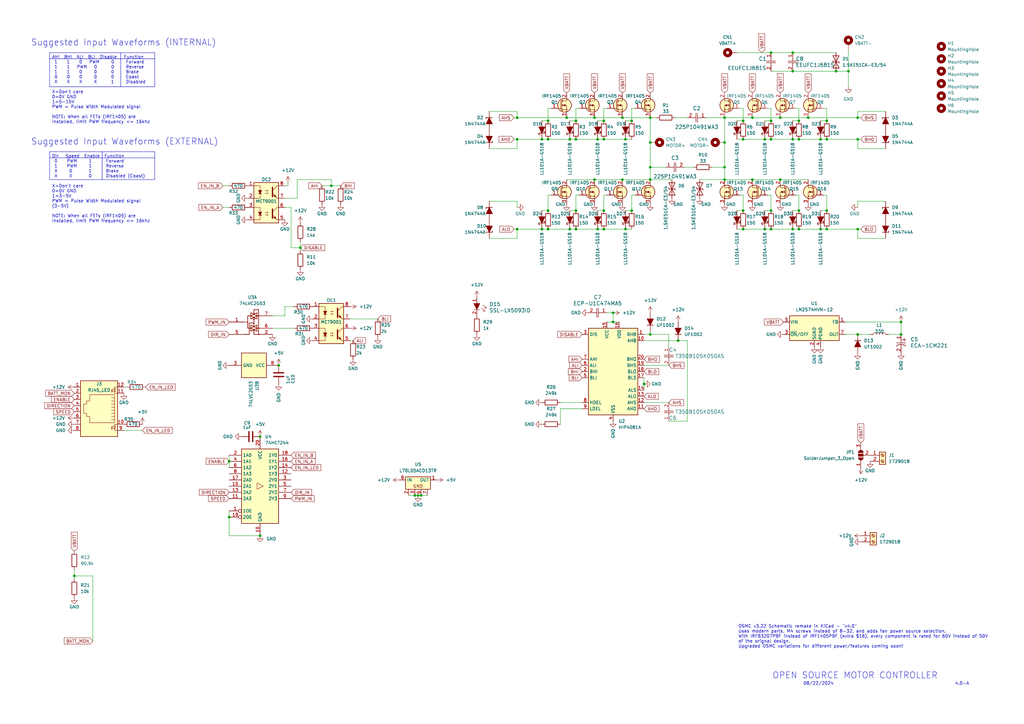
<source format=kicad_sch>
(kicad_sch
	(version 20250114)
	(generator "eeschema")
	(generator_version "9.0")
	(uuid "f7b069f9-0ad6-460f-8c2a-e4b85d53f6b2")
	(paper "A3")
	
	(rectangle
		(start 41.8846 62.23)
		(end 41.91 73.66)
		(stroke
			(width 0)
			(type default)
		)
		(fill
			(type none)
		)
		(uuid 4cec42e8-5f40-40d5-a1e1-40f0e873b7a3)
	)
	(rectangle
		(start 49.53 21.59)
		(end 49.53 35.56)
		(stroke
			(width 0)
			(type default)
		)
		(fill
			(type none)
		)
		(uuid 6609ba4d-23f2-403d-9c98-55294c4c954f)
	)
	(rectangle
		(start 20.32 24.13)
		(end 63.5 24.13)
		(stroke
			(width 0)
			(type default)
		)
		(fill
			(type none)
		)
		(uuid 88486fb6-f5fb-4c01-96b4-df4598f56091)
	)
	(rectangle
		(start 20.32 64.77)
		(end 63.5 64.77)
		(stroke
			(width 0)
			(type default)
		)
		(fill
			(type none)
		)
		(uuid c91cee47-bbf7-4e0f-a8d2-e162f9e89fed)
	)
	(text "4.0-A"
		(exclude_from_sim no)
		(at 391.668 281.178 0)
		(effects
			(font
				(size 1.27 1.27)
			)
			(justify left bottom)
		)
		(uuid "3ef8895f-24e4-45fe-8307-71eae980cd7d")
	)
	(text "OSMC v3.22 Schematic remake in KiCad - \"v4.0\"\nUses modern parts, M4 screws instead of 8-32, and adds fan power source selection.\nWith IRFB3207PBF instead of IRF1405PBF (extra $16), every component is rated for 60V instead of 50V\nof the orignal design.\nUpgraded OSMC variations for different power/features coming soon!"
		(exclude_from_sim no)
		(at 302.768 265.938 0)
		(effects
			(font
				(size 1.27 1.27)
			)
			(justify left bottom)
		)
		(uuid "468cb464-b3fe-4258-9f0f-4d43150f3428")
	)
	(text "08/22/2024"
		(exclude_from_sim no)
		(at 329.438 281.178 0)
		(effects
			(font
				(size 1.27 1.27)
			)
			(justify left bottom)
		)
		(uuid "7566e6aa-0cd8-4989-a498-9751a3615d79")
	)
	(text "Suggested Input Waveforms (INTERNAL)"
		(exclude_from_sim no)
		(at 12.7 19.05 0)
		(effects
			(font
				(size 2.54 2.54)
			)
			(justify left bottom)
		)
		(uuid "8b55aff7-089f-4f07-a867-ffc1ba949894")
	)
	(text "Suggested Input Waveforms (EXTERNAL)"
		(exclude_from_sim no)
		(at 12.7 59.69 0)
		(effects
			(font
				(size 2.54 2.54)
			)
			(justify left bottom)
		)
		(uuid "c2becebf-fc02-4c76-802c-a4588a575005")
	)
	(text "OPEN SOURCE MOTOR CONTROLLER"
		(exclude_from_sim no)
		(at 316.738 278.638 0)
		(effects
			(font
				(size 2.54 2.54)
			)
			(justify left bottom)
		)
		(uuid "d35d9fa6-57ee-41e6-a2d6-ea10344b7334")
	)
	(text_box "Dir   Speed  Enable  Function\n 0    PWM     1      Forward\n 1    PWM     1      Reverse\n X     0       1      Brake\n X     X       0      Disabled (Coast)\n\nX=Don't care\n0=0V GND\n1=3-5V\nPWM = Pulse Width Modulated signal (3-5V)\n\nNOTE: When all FETs (IRF1405) are installed, limit PWM frequency <= 16khz"
		(exclude_from_sim no)
		(at 20.32 62.23 0)
		(size 43.18 11.43)
		(margins 0.9525 0.9525 0.9525 0.9525)
		(stroke
			(width 0)
			(type solid)
		)
		(fill
			(type none)
		)
		(effects
			(font
				(size 1.27 1.27)
			)
			(justify left top)
		)
		(uuid "11fef456-8806-4beb-9325-a5751a37aaa0")
	)
	(text_box "AHI  BHI  ALI  BLI  Disable   Function\n 1    1    0   PWM     0     Forward\n 1    1   PWM   0      0     Reverse\n 1    1    0     0      0     Brake\n 0    0    0     0      0     Coast\n X    X    X     X      1     Disabled\n\nX=Don't care\n0=0V GND\n1=5-15V\nPWM = Pulse Width Modulated signal\n\nNOTE: When all FETs (IRF1405) are installed, limit PWM frequency <= 16khz"
		(exclude_from_sim no)
		(at 20.32 21.59 0)
		(size 43.18 13.97)
		(margins 0.9525 0.9525 0.9525 0.9525)
		(stroke
			(width 0)
			(type default)
		)
		(fill
			(type none)
		)
		(effects
			(font
				(size 1.27 1.27)
			)
			(justify left top)
		)
		(uuid "f168b1a2-2fcd-48ac-b0c2-50cda81b3784")
	)
	(junction
		(at 304.8 57.15)
		(diameter 0)
		(color 0 0 0 0)
		(uuid "025acf14-32e1-415f-a664-8c97472a6cdd")
	)
	(junction
		(at 320.04 73.66)
		(diameter 0)
		(color 0 0 0 0)
		(uuid "02704675-5ca6-4719-85f2-24c0eafabb38")
	)
	(junction
		(at 325.12 21.59)
		(diameter 0)
		(color 0 0 0 0)
		(uuid "06607565-3bf9-4a59-80d9-1f8bea1e22ab")
	)
	(junction
		(at 327.66 57.15)
		(diameter 0)
		(color 0 0 0 0)
		(uuid "11661071-a0b8-46b3-978b-5ce8838cf803")
	)
	(junction
		(at 243.84 48.26)
		(diameter 0)
		(color 0 0 0 0)
		(uuid "12bc48d4-7d99-4458-85fc-00bdcb3d1ce2")
	)
	(junction
		(at 232.41 48.26)
		(diameter 0)
		(color 0 0 0 0)
		(uuid "13a58cb2-5aa7-43b7-9e5e-b0347081c0a5")
	)
	(junction
		(at 369.57 132.08)
		(diameter 0)
		(color 0 0 0 0)
		(uuid "13f40af4-ba66-488d-8df3-97e11de332fb")
	)
	(junction
		(at 336.55 57.15)
		(diameter 0)
		(color 0 0 0 0)
		(uuid "1fa202ee-3c2f-467e-ae1d-c2c962d563e7")
	)
	(junction
		(at 325.12 29.21)
		(diameter 0)
		(color 0 0 0 0)
		(uuid "201f1ca0-16c0-4355-8f24-d884c67d9d80")
	)
	(junction
		(at 304.8 49.53)
		(diameter 0)
		(color 0 0 0 0)
		(uuid "206dae87-d5c3-4ee2-a7c2-323b40824a05")
	)
	(junction
		(at 266.7 73.66)
		(diameter 0)
		(color 0 0 0 0)
		(uuid "258727ea-eb35-4ed6-91b9-c1055f5ba3fd")
	)
	(junction
		(at 351.79 93.98)
		(diameter 0)
		(color 0 0 0 0)
		(uuid "27acec3f-4a8a-4c6a-95cc-70c659e83740")
	)
	(junction
		(at 222.25 57.15)
		(diameter 0)
		(color 0 0 0 0)
		(uuid "2ed55068-9b66-41f5-ae5c-dda30c9be3c4")
	)
	(junction
		(at 224.79 49.53)
		(diameter 0)
		(color 0 0 0 0)
		(uuid "3569dc3d-aef7-45d7-b95b-96d2f0111f45")
	)
	(junction
		(at 259.08 49.53)
		(diameter 0)
		(color 0 0 0 0)
		(uuid "3a77d92e-166a-4b6f-963e-094e186a0e0e")
	)
	(junction
		(at 106.68 219.71)
		(diameter 0)
		(color 0 0 0 0)
		(uuid "3ad3ca2a-cc3d-4b28-8419-459cbe9e0182")
	)
	(junction
		(at 297.18 68.58)
		(diameter 0)
		(color 0 0 0 0)
		(uuid "3bc3a46e-8528-41ae-8e44-171d7ea60576")
	)
	(junction
		(at 251.46 132.08)
		(diameter 0)
		(color 0 0 0 0)
		(uuid "43333256-67bb-4253-9bd9-cd6c52ecafee")
	)
	(junction
		(at 297.18 73.66)
		(diameter 0)
		(color 0 0 0 0)
		(uuid "4923e46e-a959-4c5d-805a-79a3aaffff3e")
	)
	(junction
		(at 266.7 48.26)
		(diameter 0)
		(color 0 0 0 0)
		(uuid "4abe186b-b1a5-405e-b226-1ee40bda55bd")
	)
	(junction
		(at 316.23 86.36)
		(diameter 0)
		(color 0 0 0 0)
		(uuid "55c6972e-206a-4f04-9292-b24bb285a4ac")
	)
	(junction
		(at 135.89 76.2)
		(diameter 0)
		(color 0 0 0 0)
		(uuid "573dcf5d-67a4-4b4f-82ad-833c0b335c4f")
	)
	(junction
		(at 339.09 57.15)
		(diameter 0)
		(color 0 0 0 0)
		(uuid "57577724-a0dd-4b2a-8193-2e21b7e5bddd")
	)
	(junction
		(at 278.13 139.7)
		(diameter 0)
		(color 0 0 0 0)
		(uuid "5bcf41ba-0ee0-4ae3-a2a8-905d0a9e2465")
	)
	(junction
		(at 327.66 86.36)
		(diameter 0)
		(color 0 0 0 0)
		(uuid "5f85a2e5-38a0-4fc7-8d79-1f066c63b671")
	)
	(junction
		(at 339.09 86.36)
		(diameter 0)
		(color 0 0 0 0)
		(uuid "604f6250-c415-4e7c-b3ce-fbc0fa3a7840")
	)
	(junction
		(at 308.61 48.26)
		(diameter 0)
		(color 0 0 0 0)
		(uuid "607942f0-61e1-4c50-9dbc-7f5d20fd9fad")
	)
	(junction
		(at 236.22 86.36)
		(diameter 0)
		(color 0 0 0 0)
		(uuid "6395dd2e-775f-4d49-968f-e6a6722c2bcb")
	)
	(junction
		(at 342.9 29.21)
		(diameter 0)
		(color 0 0 0 0)
		(uuid "67428f38-8b6c-453a-8e38-a96466f295f3")
	)
	(junction
		(at 256.54 57.15)
		(diameter 0)
		(color 0 0 0 0)
		(uuid "6750bc75-bc4f-4641-a2b8-013bef48dc88")
	)
	(junction
		(at 236.22 49.53)
		(diameter 0)
		(color 0 0 0 0)
		(uuid "67b4cc44-a73a-46fe-a2be-f8f3bbb45e48")
	)
	(junction
		(at 304.8 86.36)
		(diameter 0)
		(color 0 0 0 0)
		(uuid "683cbf74-d02d-49c0-824a-ada4e2c37d9a")
	)
	(junction
		(at 247.65 49.53)
		(diameter 0)
		(color 0 0 0 0)
		(uuid "68550db4-dd13-48dc-961b-54a3af69fa04")
	)
	(junction
		(at 93.98 212.09)
		(diameter 0)
		(color 0 0 0 0)
		(uuid "6930a6a7-dd03-44d5-b6ae-5eb85be627f2")
	)
	(junction
		(at 93.98 189.23)
		(diameter 0)
		(color 0 0 0 0)
		(uuid "6cbfa0c4-f755-4063-9130-5bb324b59b67")
	)
	(junction
		(at 316.23 21.59)
		(diameter 0)
		(color 0 0 0 0)
		(uuid "6ceccaac-be94-4a60-9aaa-310d7b3a4e96")
	)
	(junction
		(at 224.79 93.98)
		(diameter 0)
		(color 0 0 0 0)
		(uuid "70e8f257-6770-478c-a3fc-9dbcbbd90baf")
	)
	(junction
		(at 243.84 73.66)
		(diameter 0)
		(color 0 0 0 0)
		(uuid "74a52190-aa12-4674-ab09-b37f75f5cf55")
	)
	(junction
		(at 308.61 73.66)
		(diameter 0)
		(color 0 0 0 0)
		(uuid "76b895c0-45fa-41af-a300-ad24ab208e70")
	)
	(junction
		(at 259.08 86.36)
		(diameter 0)
		(color 0 0 0 0)
		(uuid "782e2fff-bc14-49d3-9c42-8b93ec64003d")
	)
	(junction
		(at 351.79 137.16)
		(diameter 0)
		(color 0 0 0 0)
		(uuid "7901b0a4-c91b-402e-a74a-6618170db2fb")
	)
	(junction
		(at 233.68 93.98)
		(diameter 0)
		(color 0 0 0 0)
		(uuid "7bce1f3c-b46e-4793-abb5-f866c8f05381")
	)
	(junction
		(at 255.27 73.66)
		(diameter 0)
		(color 0 0 0 0)
		(uuid "7c648206-50f8-4a18-adb2-be2662a5be2b")
	)
	(junction
		(at 266.7 68.58)
		(diameter 0)
		(color 0 0 0 0)
		(uuid "7d68ddba-e449-4e09-b779-0afef92ded2d")
	)
	(junction
		(at 172.72 203.2)
		(diameter 0)
		(color 0 0 0 0)
		(uuid "7e215a2d-ab08-4f89-b298-ffef35835ecb")
	)
	(junction
		(at 325.12 93.98)
		(diameter 0)
		(color 0 0 0 0)
		(uuid "807e80fd-676b-457c-9a9c-314faa37d5ae")
	)
	(junction
		(at 304.8 93.98)
		(diameter 0)
		(color 0 0 0 0)
		(uuid "812e6141-aa63-42d5-b578-ac45bfcf9a02")
	)
	(junction
		(at 247.65 93.98)
		(diameter 0)
		(color 0 0 0 0)
		(uuid "870bb29f-4f1d-43c4-9993-961c7b17a82c")
	)
	(junction
		(at 245.11 57.15)
		(diameter 0)
		(color 0 0 0 0)
		(uuid "8b7686ad-4f4b-4d1b-9383-63f51411205c")
	)
	(junction
		(at 264.16 157.48)
		(diameter 0)
		(color 0 0 0 0)
		(uuid "8dbc46da-09fd-4d0d-b0e8-0bae76d8006a")
	)
	(junction
		(at 255.27 48.26)
		(diameter 0)
		(color 0 0 0 0)
		(uuid "906bd40b-17e3-4ce2-a20b-36ee645f9d60")
	)
	(junction
		(at 224.79 86.36)
		(diameter 0)
		(color 0 0 0 0)
		(uuid "93e5087d-6da0-430a-80da-73d7146e2ba4")
	)
	(junction
		(at 316.23 49.53)
		(diameter 0)
		(color 0 0 0 0)
		(uuid "94dbc3ca-7a60-496d-94a1-3a282e7ec11b")
	)
	(junction
		(at 316.23 57.15)
		(diameter 0)
		(color 0 0 0 0)
		(uuid "965c2c72-4ddd-4acc-97ca-afb62ddd2143")
	)
	(junction
		(at 236.22 93.98)
		(diameter 0)
		(color 0 0 0 0)
		(uuid "97952e0d-5b87-4ca5-9948-8c746e052915")
	)
	(junction
		(at 247.65 57.15)
		(diameter 0)
		(color 0 0 0 0)
		(uuid "9882e08c-8780-4beb-b1f2-83942322437e")
	)
	(junction
		(at 245.11 93.98)
		(diameter 0)
		(color 0 0 0 0)
		(uuid "990db89f-808f-4ba0-8aef-02cf23197d83")
	)
	(junction
		(at 313.69 57.15)
		(diameter 0)
		(color 0 0 0 0)
		(uuid "a39eac20-1a76-4822-80cd-3cd8477b929c")
	)
	(junction
		(at 106.68 179.07)
		(diameter 0)
		(color 0 0 0 0)
		(uuid "a49bf8ca-0fcb-4442-9ebb-1529734b868e")
	)
	(junction
		(at 222.25 93.98)
		(diameter 0)
		(color 0 0 0 0)
		(uuid "aa776aef-8d8f-4866-bd34-8ab546ebf556")
	)
	(junction
		(at 170.18 203.2)
		(diameter 0)
		(color 0 0 0 0)
		(uuid "aab60428-36ef-404d-9c49-8da79854a0c7")
	)
	(junction
		(at 327.66 49.53)
		(diameter 0)
		(color 0 0 0 0)
		(uuid "aaf30f4f-d54a-4e62-8f7c-7c83604fc847")
	)
	(junction
		(at 266.7 137.16)
		(diameter 0)
		(color 0 0 0 0)
		(uuid "aca2e16e-4cef-4ce1-8584-ebc699b656b2")
	)
	(junction
		(at 339.09 49.53)
		(diameter 0)
		(color 0 0 0 0)
		(uuid "ad8eeafe-1da6-4a27-9cc3-64f134aa8a6b")
	)
	(junction
		(at 313.69 93.98)
		(diameter 0)
		(color 0 0 0 0)
		(uuid "aee432ef-20eb-463d-8b6c-06b7fc83ab77")
	)
	(junction
		(at 212.09 93.98)
		(diameter 0)
		(color 0 0 0 0)
		(uuid "af557a93-053c-43ad-bdad-f9dabbcb6300")
	)
	(junction
		(at 236.22 57.15)
		(diameter 0)
		(color 0 0 0 0)
		(uuid "b0ccb202-5dff-4a03-bb96-453f9f2b79f3")
	)
	(junction
		(at 320.04 48.26)
		(diameter 0)
		(color 0 0 0 0)
		(uuid "b731b126-460c-4cc7-ab61-335e59451fde")
	)
	(junction
		(at 251.46 128.27)
		(diameter 0)
		(color 0 0 0 0)
		(uuid "bc856460-244c-4d3f-b9c4-94627fe9ada9")
	)
	(junction
		(at 297.18 58.42)
		(diameter 0)
		(color 0 0 0 0)
		(uuid "bcec1be8-5b72-475d-83b2-808bd50d5082")
	)
	(junction
		(at 316.23 93.98)
		(diameter 0)
		(color 0 0 0 0)
		(uuid "be70a144-bd09-4acb-9a2e-f506d1554664")
	)
	(junction
		(at 233.68 57.15)
		(diameter 0)
		(color 0 0 0 0)
		(uuid "c129793c-4e0f-4203-ad86-d705c91f437b")
	)
	(junction
		(at 123.19 101.6)
		(diameter 0)
		(color 0 0 0 0)
		(uuid "c23b2ba4-31bb-4b16-8035-2ceec4daa593")
	)
	(junction
		(at 347.98 29.21)
		(diameter 0)
		(color 0 0 0 0)
		(uuid "c4a8f3d2-afe8-4dc7-85a4-d47567ce4802")
	)
	(junction
		(at 256.54 93.98)
		(diameter 0)
		(color 0 0 0 0)
		(uuid "c5cb8ad2-7700-4fe8-b0e2-5370e6838ee5")
	)
	(junction
		(at 30.48 236.22)
		(diameter 0)
		(color 0 0 0 0)
		(uuid "c7273e3d-f064-4ea1-baed-8199f9874cec")
	)
	(junction
		(at 369.57 137.16)
		(diameter 0)
		(color 0 0 0 0)
		(uuid "cbad67db-81b3-4735-b187-6fae3004e6d2")
	)
	(junction
		(at 212.09 48.26)
		(diameter 0)
		(color 0 0 0 0)
		(uuid "d371e6f3-5171-4621-a424-aa6c8b389ab5")
	)
	(junction
		(at 351.79 48.26)
		(diameter 0)
		(color 0 0 0 0)
		(uuid "d4d8c505-573c-4e6b-a2a8-e094f40dae1d")
	)
	(junction
		(at 114.3 149.86)
		(diameter 0)
		(color 0 0 0 0)
		(uuid "d4e8351b-53d4-4604-a9ea-92337a862d1a")
	)
	(junction
		(at 331.47 48.26)
		(diameter 0)
		(color 0 0 0 0)
		(uuid "d62192e0-08e2-4d07-9189-4f529b589967")
	)
	(junction
		(at 224.79 57.15)
		(diameter 0)
		(color 0 0 0 0)
		(uuid "d9311b0a-9cb2-4087-b687-4e149890343c")
	)
	(junction
		(at 351.79 57.15)
		(diameter 0)
		(color 0 0 0 0)
		(uuid "d9dbbf84-ac2a-42d0-8fac-fe44384b65c0")
	)
	(junction
		(at 339.09 93.98)
		(diameter 0)
		(color 0 0 0 0)
		(uuid "dcee8edb-46a3-4152-b567-edaea9a0ae55")
	)
	(junction
		(at 336.55 93.98)
		(diameter 0)
		(color 0 0 0 0)
		(uuid "df702185-ec52-4023-9455-e8484239bc67")
	)
	(junction
		(at 171.45 203.2)
		(diameter 0)
		(color 0 0 0 0)
		(uuid "e6e309c0-3fbb-47b2-83cf-62e1a0366583")
	)
	(junction
		(at 297.18 48.26)
		(diameter 0)
		(color 0 0 0 0)
		(uuid "e72f3c52-4cf0-424c-904b-e8a71d5c218f")
	)
	(junction
		(at 325.12 57.15)
		(diameter 0)
		(color 0 0 0 0)
		(uuid "e7632a08-862c-456b-b0be-23f3bbd673ad")
	)
	(junction
		(at 212.09 57.15)
		(diameter 0)
		(color 0 0 0 0)
		(uuid "f1c77e3e-e5bf-4c8a-a000-8b9796eaf773")
	)
	(junction
		(at 266.7 58.42)
		(diameter 0)
		(color 0 0 0 0)
		(uuid "fd5932aa-33c0-4b88-b069-bf3cf1b91a84")
	)
	(junction
		(at 247.65 86.36)
		(diameter 0)
		(color 0 0 0 0)
		(uuid "ff0c83b0-e0fa-48eb-9d7d-4d0845161842")
	)
	(junction
		(at 327.66 93.98)
		(diameter 0)
		(color 0 0 0 0)
		(uuid "ffcab709-1562-45a8-acfa-f9ae491297e6")
	)
	(wire
		(pts
			(xy 289.56 48.26) (xy 297.18 48.26)
		)
		(stroke
			(width 0)
			(type default)
		)
		(uuid "010cc39f-ae2b-4595-9666-d717e5677a57")
	)
	(wire
		(pts
			(xy 313.69 49.53) (xy 316.23 49.53)
		)
		(stroke
			(width 0)
			(type default)
		)
		(uuid "021e64e8-b466-487d-a327-e9cc24724d38")
	)
	(wire
		(pts
			(xy 212.09 45.72) (xy 212.09 48.26)
		)
		(stroke
			(width 0)
			(type default)
		)
		(uuid "025866cf-3998-4e00-bdf6-2be24dcabc2a")
	)
	(wire
		(pts
			(xy 233.68 57.15) (xy 236.22 57.15)
		)
		(stroke
			(width 0)
			(type default)
		)
		(uuid "028f01e3-33c5-4807-8669-6384e71e19ae")
	)
	(wire
		(pts
			(xy 224.79 44.45) (xy 224.79 49.53)
		)
		(stroke
			(width 0)
			(type default)
		)
		(uuid "02bcea26-70b7-4642-ab4b-3604f380e6fa")
	)
	(wire
		(pts
			(xy 316.23 93.98) (xy 325.12 93.98)
		)
		(stroke
			(width 0)
			(type default)
		)
		(uuid "02c2add2-17f4-41ac-8e57-b9675721f000")
	)
	(wire
		(pts
			(xy 274.32 149.86) (xy 264.16 149.86)
		)
		(stroke
			(width 0)
			(type default)
		)
		(uuid "07ed14e2-434d-4350-af89-d572d615ad6a")
	)
	(wire
		(pts
			(xy 281.94 139.7) (xy 281.94 172.72)
		)
		(stroke
			(width 0)
			(type default)
		)
		(uuid "08c4990f-878c-4c07-8e25-76357557d3e4")
	)
	(wire
		(pts
			(xy 255.27 73.66) (xy 266.7 73.66)
		)
		(stroke
			(width 0)
			(type default)
		)
		(uuid "09c83a13-b542-4816-8ad9-465b8afe9f1c")
	)
	(wire
		(pts
			(xy 212.09 48.26) (xy 232.41 48.26)
		)
		(stroke
			(width 0)
			(type default)
		)
		(uuid "0a0183e5-9203-40e4-95e7-7f8ca68271cc")
	)
	(wire
		(pts
			(xy 304.8 57.15) (xy 313.69 57.15)
		)
		(stroke
			(width 0)
			(type default)
		)
		(uuid "0a4ca37e-9f39-4765-b8e2-a00fb962c6af")
	)
	(wire
		(pts
			(xy 266.7 58.42) (xy 266.7 68.58)
		)
		(stroke
			(width 0)
			(type default)
		)
		(uuid "0a7f5e29-8138-42cd-8b6e-86ea56b137dd")
	)
	(wire
		(pts
			(xy 297.18 73.66) (xy 308.61 73.66)
		)
		(stroke
			(width 0)
			(type default)
		)
		(uuid "0b3c8ef4-5c73-4d29-8350-4e7f819ab04a")
	)
	(wire
		(pts
			(xy 106.68 219.71) (xy 93.98 219.71)
		)
		(stroke
			(width 0)
			(type default)
		)
		(uuid "0bcf89f6-a25d-493d-9115-74438b1eec9f")
	)
	(wire
		(pts
			(xy 236.22 80.01) (xy 236.22 86.36)
		)
		(stroke
			(width 0)
			(type default)
		)
		(uuid "0e5f0b78-ee55-4316-b27a-63f5467b70e2")
	)
	(wire
		(pts
			(xy 251.46 132.08) (xy 254 132.08)
		)
		(stroke
			(width 0)
			(type default)
		)
		(uuid "0ebbf43a-fb74-4b78-b489-4a0afe58ff4a")
	)
	(wire
		(pts
			(xy 316.23 21.59) (xy 325.12 21.59)
		)
		(stroke
			(width 0)
			(type default)
		)
		(uuid "11b8d980-09ab-47b9-b1ca-cbe674bf0cad")
	)
	(wire
		(pts
			(xy 351.79 137.16) (xy 356.87 137.16)
		)
		(stroke
			(width 0)
			(type default)
		)
		(uuid "129b7516-1203-4d7f-8bbe-6266e97a4adb")
	)
	(wire
		(pts
			(xy 224.79 80.01) (xy 224.79 86.36)
		)
		(stroke
			(width 0)
			(type default)
		)
		(uuid "12d6d67c-fde5-42fa-a86c-2d0aa7956fcf")
	)
	(wire
		(pts
			(xy 302.26 93.98) (xy 304.8 93.98)
		)
		(stroke
			(width 0)
			(type default)
		)
		(uuid "12e6275d-d25c-4f9c-8484-a62b9714b5e2")
	)
	(wire
		(pts
			(xy 347.98 29.21) (xy 347.98 20.32)
		)
		(stroke
			(width 0)
			(type default)
		)
		(uuid "14a1d62a-79e2-49ae-a2d2-324d3d86b5c6")
	)
	(wire
		(pts
			(xy 336.55 49.53) (xy 339.09 49.53)
		)
		(stroke
			(width 0)
			(type default)
		)
		(uuid "14bf6fc8-391d-49f7-bd03-cbf0cf595911")
	)
	(wire
		(pts
			(xy 320.04 48.26) (xy 331.47 48.26)
		)
		(stroke
			(width 0)
			(type default)
		)
		(uuid "198ccd09-8a0f-44fe-9a78-82fc3a4f8214")
	)
	(wire
		(pts
			(xy 200.66 97.79) (xy 212.09 97.79)
		)
		(stroke
			(width 0)
			(type default)
		)
		(uuid "1b1d085e-9a71-4ea7-87d6-da530ad1c6d6")
	)
	(wire
		(pts
			(xy 276.86 48.26) (xy 281.94 48.26)
		)
		(stroke
			(width 0)
			(type default)
		)
		(uuid "1d8fec0b-8b15-4286-80c2-6300fd17f210")
	)
	(wire
		(pts
			(xy 224.79 93.98) (xy 233.68 93.98)
		)
		(stroke
			(width 0)
			(type default)
		)
		(uuid "1e8e59fd-e881-4460-86f3-037fd4b47ba8")
	)
	(wire
		(pts
			(xy 248.92 132.08) (xy 251.46 132.08)
		)
		(stroke
			(width 0)
			(type default)
		)
		(uuid "211093f7-0e83-4410-a6a0-c6f59cc0b22c")
	)
	(wire
		(pts
			(xy 245.11 57.15) (xy 247.65 57.15)
		)
		(stroke
			(width 0)
			(type default)
		)
		(uuid "22c9edbb-e996-45fd-889b-d69649d484ae")
	)
	(wire
		(pts
			(xy 264.16 139.7) (xy 278.13 139.7)
		)
		(stroke
			(width 0)
			(type default)
		)
		(uuid "22f3a632-2c7e-44e0-a702-300d3efbeb52")
	)
	(wire
		(pts
			(xy 30.48 236.22) (xy 30.48 237.49)
		)
		(stroke
			(width 0)
			(type default)
		)
		(uuid "22f8458c-172e-4d85-bcf7-09f29e7d32c3")
	)
	(wire
		(pts
			(xy 346.71 137.16) (xy 351.79 137.16)
		)
		(stroke
			(width 0)
			(type default)
		)
		(uuid "23597f57-a141-45bb-bf3f-20e8bce164d6")
	)
	(wire
		(pts
			(xy 247.65 44.45) (xy 247.65 49.53)
		)
		(stroke
			(width 0)
			(type default)
		)
		(uuid "239640ee-9982-4f05-88af-a362f96d0b49")
	)
	(wire
		(pts
			(xy 302.26 49.53) (xy 304.8 49.53)
		)
		(stroke
			(width 0)
			(type default)
		)
		(uuid "262dd982-5b7a-4e47-93d5-ef00ad80c4a2")
	)
	(wire
		(pts
			(xy 304.8 93.98) (xy 313.69 93.98)
		)
		(stroke
			(width 0)
			(type default)
		)
		(uuid "26cf2e9c-7932-4628-aac4-7f3e67de6d42")
	)
	(wire
		(pts
			(xy 339.09 44.45) (xy 339.09 49.53)
		)
		(stroke
			(width 0)
			(type default)
		)
		(uuid "2af32047-303b-4b75-9d72-37f389f26a71")
	)
	(wire
		(pts
			(xy 243.84 73.66) (xy 255.27 73.66)
		)
		(stroke
			(width 0)
			(type default)
		)
		(uuid "2b153614-a26c-430e-be5c-f2227f759ca5")
	)
	(wire
		(pts
			(xy 325.12 29.21) (xy 342.9 29.21)
		)
		(stroke
			(width 0)
			(type default)
		)
		(uuid "2c7774ec-d847-40af-9f87-daacda6a6a25")
	)
	(wire
		(pts
			(xy 363.22 45.72) (xy 351.79 45.72)
		)
		(stroke
			(width 0)
			(type default)
		)
		(uuid "2ddc569f-2f9a-4caf-8985-ce28630b5739")
	)
	(wire
		(pts
			(xy 135.89 76.2) (xy 139.7 76.2)
		)
		(stroke
			(width 0)
			(type default)
		)
		(uuid "2f4030a3-879b-4869-9e54-e5255877ee82")
	)
	(wire
		(pts
			(xy 222.25 49.53) (xy 224.79 49.53)
		)
		(stroke
			(width 0)
			(type default)
		)
		(uuid "2f8ba521-49de-4bab-b1ee-d50f060e9d1f")
	)
	(wire
		(pts
			(xy 325.12 49.53) (xy 327.66 49.53)
		)
		(stroke
			(width 0)
			(type default)
		)
		(uuid "2fa1eb96-f2c8-4c19-a925-bd5141346714")
	)
	(wire
		(pts
			(xy 302.26 21.59) (xy 316.23 21.59)
		)
		(stroke
			(width 0)
			(type default)
		)
		(uuid "3031836a-f30d-4977-afa0-a1daca7ada7f")
	)
	(wire
		(pts
			(xy 264.16 165.1) (xy 274.32 165.1)
		)
		(stroke
			(width 0)
			(type default)
		)
		(uuid "3032ea66-3ec0-4b8d-8986-d0a2fb2cdaf4")
	)
	(wire
		(pts
			(xy 222.25 86.36) (xy 224.79 86.36)
		)
		(stroke
			(width 0)
			(type default)
		)
		(uuid "3053c074-d497-4dc8-93fb-5d1055d09d69")
	)
	(wire
		(pts
			(xy 212.09 60.96) (xy 212.09 57.15)
		)
		(stroke
			(width 0)
			(type default)
		)
		(uuid "332520ea-4df3-475f-b85c-5e8275013457")
	)
	(wire
		(pts
			(xy 369.57 137.16) (xy 369.57 132.08)
		)
		(stroke
			(width 0)
			(type default)
		)
		(uuid "34658301-3404-4e22-a63f-260f861370c1")
	)
	(wire
		(pts
			(xy 351.79 57.15) (xy 353.06 57.15)
		)
		(stroke
			(width 0)
			(type default)
		)
		(uuid "3613e393-ef2b-4520-bd9c-9185f79bc088")
	)
	(wire
		(pts
			(xy 200.66 45.72) (xy 212.09 45.72)
		)
		(stroke
			(width 0)
			(type default)
		)
		(uuid "37c9fbbd-29f0-471c-8872-e7a0ba39914d")
	)
	(wire
		(pts
			(xy 266.7 68.58) (xy 266.7 73.66)
		)
		(stroke
			(width 0)
			(type default)
		)
		(uuid "39635b7b-4848-4442-a804-566a546f95a6")
	)
	(wire
		(pts
			(xy 308.61 73.66) (xy 320.04 73.66)
		)
		(stroke
			(width 0)
			(type default)
		)
		(uuid "3a0e46d0-ba9d-48e6-8ab0-19fa44a153fd")
	)
	(wire
		(pts
			(xy 123.19 99.06) (xy 123.19 101.6)
		)
		(stroke
			(width 0)
			(type default)
		)
		(uuid "3bf7547b-8b99-4d0e-a49c-4234c7fe2b36")
	)
	(wire
		(pts
			(xy 259.08 44.45) (xy 259.08 49.53)
		)
		(stroke
			(width 0)
			(type default)
		)
		(uuid "3db56e52-26ea-45a6-9659-ec81bbf154c3")
	)
	(wire
		(pts
			(xy 304.8 80.01) (xy 304.8 86.36)
		)
		(stroke
			(width 0)
			(type default)
		)
		(uuid "3e90f2af-d1f5-4ac4-99cb-5d7c582c930c")
	)
	(wire
		(pts
			(xy 30.48 233.68) (xy 30.48 236.22)
		)
		(stroke
			(width 0)
			(type default)
		)
		(uuid "3eda099b-0a8a-4984-b4c7-2bcfd9a99343")
	)
	(wire
		(pts
			(xy 93.98 189.23) (xy 93.98 191.77)
		)
		(stroke
			(width 0)
			(type default)
		)
		(uuid "3f291005-e99e-4f5a-9d0f-bad7c6f4d72d")
	)
	(wire
		(pts
			(xy 135.89 76.2) (xy 135.89 73.66)
		)
		(stroke
			(width 0)
			(type default)
		)
		(uuid "438ea973-d641-47f7-94c3-737f97748a37")
	)
	(wire
		(pts
			(xy 236.22 57.15) (xy 245.11 57.15)
		)
		(stroke
			(width 0)
			(type default)
		)
		(uuid "441b0a15-3b9b-4f9f-becb-7a1c1fdb3430")
	)
	(wire
		(pts
			(xy 266.7 48.26) (xy 269.24 48.26)
		)
		(stroke
			(width 0)
			(type default)
		)
		(uuid "44fc28b4-48c4-438f-be96-36b0046af272")
	)
	(wire
		(pts
			(xy 336.55 57.15) (xy 339.09 57.15)
		)
		(stroke
			(width 0)
			(type default)
		)
		(uuid "47e3ea88-798a-49d0-acd0-9a0aaadb17c9")
	)
	(wire
		(pts
			(xy 210.82 93.98) (xy 212.09 93.98)
		)
		(stroke
			(width 0)
			(type default)
		)
		(uuid "4a3b0134-1d13-4b4c-a80e-8fd90b670972")
	)
	(wire
		(pts
			(xy 119.38 101.6) (xy 123.19 101.6)
		)
		(stroke
			(width 0)
			(type default)
		)
		(uuid "4ba82a3b-932d-4ca7-96ea-5f465b46045c")
	)
	(wire
		(pts
			(xy 93.98 219.71) (xy 93.98 212.09)
		)
		(stroke
			(width 0)
			(type default)
		)
		(uuid "52aebeec-f26c-43bf-a494-835c15fd7fb3")
	)
	(wire
		(pts
			(xy 259.08 80.01) (xy 259.08 86.36)
		)
		(stroke
			(width 0)
			(type default)
		)
		(uuid "542cf0a3-b197-49ca-b1c4-e5dd8798481b")
	)
	(wire
		(pts
			(xy 297.18 68.58) (xy 297.18 73.66)
		)
		(stroke
			(width 0)
			(type default)
		)
		(uuid "559d2474-150e-4bdc-98e7-b996ed1e304b")
	)
	(wire
		(pts
			(xy 232.41 73.66) (xy 243.84 73.66)
		)
		(stroke
			(width 0)
			(type default)
		)
		(uuid "565e974a-2e8e-4f81-a500-72abc4a11ac7")
	)
	(wire
		(pts
			(xy 264.16 157.48) (xy 264.16 160.02)
		)
		(stroke
			(width 0)
			(type default)
		)
		(uuid "5bc1ff1f-4f8e-4010-9cfd-14d0d6f5d3f4")
	)
	(wire
		(pts
			(xy 260.35 44.45) (xy 259.08 44.45)
		)
		(stroke
			(width 0)
			(type default)
		)
		(uuid "5c702e8a-cb2f-47fb-b41b-7365b9dfd3e2")
	)
	(wire
		(pts
			(xy 264.16 154.94) (xy 264.16 157.48)
		)
		(stroke
			(width 0)
			(type default)
		)
		(uuid "5c89a1f6-a336-4540-b875-7cd3e4607ac5")
	)
	(wire
		(pts
			(xy 93.98 186.69) (xy 93.98 189.23)
		)
		(stroke
			(width 0)
			(type default)
		)
		(uuid "5e42e6f7-3951-4615-840d-a2022d5c15f6")
	)
	(wire
		(pts
			(xy 297.18 68.58) (xy 297.18 58.42)
		)
		(stroke
			(width 0)
			(type default)
		)
		(uuid "5e7cb83d-5d49-4c73-acbd-db32c5ab26af")
	)
	(wire
		(pts
			(xy 236.22 93.98) (xy 245.11 93.98)
		)
		(stroke
			(width 0)
			(type default)
		)
		(uuid "5f16d1e8-3367-47a0-b3df-a7f2cef4613d")
	)
	(wire
		(pts
			(xy 325.12 86.36) (xy 327.66 86.36)
		)
		(stroke
			(width 0)
			(type default)
		)
		(uuid "602555d4-16dd-4f92-8ce0-7e1f97e2b7c4")
	)
	(wire
		(pts
			(xy 50.8 158.75) (xy 52.07 158.75)
		)
		(stroke
			(width 0)
			(type default)
		)
		(uuid "602d1264-b35d-4080-a70b-a1ecad6786e3")
	)
	(wire
		(pts
			(xy 316.23 29.21) (xy 325.12 29.21)
		)
		(stroke
			(width 0)
			(type default)
		)
		(uuid "6259fc0e-e72e-46da-97d2-a391480e760c")
	)
	(wire
		(pts
			(xy 351.79 60.96) (xy 363.22 60.96)
		)
		(stroke
			(width 0)
			(type default)
		)
		(uuid "66133128-d1b3-4035-ad48-6a93fdac5b66")
	)
	(wire
		(pts
			(xy 304.8 44.45) (xy 304.8 49.53)
		)
		(stroke
			(width 0)
			(type default)
		)
		(uuid "68794e08-1f2b-4d4a-9acd-a134f0adb613")
	)
	(wire
		(pts
			(xy 210.82 48.26) (xy 212.09 48.26)
		)
		(stroke
			(width 0)
			(type default)
		)
		(uuid "69e1e9f3-4526-439c-a481-fbab5131f736")
	)
	(wire
		(pts
			(xy 260.35 80.01) (xy 259.08 80.01)
		)
		(stroke
			(width 0)
			(type default)
		)
		(uuid "6a116300-5cab-4e22-8a3e-c338cf5f50d7")
	)
	(wire
		(pts
			(xy 313.69 93.98) (xy 316.23 93.98)
		)
		(stroke
			(width 0)
			(type default)
		)
		(uuid "6adacc73-1e50-4236-bb7e-eed0528716f3")
	)
	(wire
		(pts
			(xy 266.7 68.58) (xy 273.05 68.58)
		)
		(stroke
			(width 0)
			(type default)
		)
		(uuid "6c450324-6963-4741-9731-4662271b15f9")
	)
	(wire
		(pts
			(xy 326.39 80.01) (xy 327.66 80.01)
		)
		(stroke
			(width 0)
			(type default)
		)
		(uuid "6c4af037-e891-46df-b636-88050945af1b")
	)
	(wire
		(pts
			(xy 351.79 93.98) (xy 351.79 97.79)
		)
		(stroke
			(width 0)
			(type default)
		)
		(uuid "6cfe5845-1281-4b9d-a987-f89edc5ba9fa")
	)
	(wire
		(pts
			(xy 327.66 44.45) (xy 327.66 49.53)
		)
		(stroke
			(width 0)
			(type default)
		)
		(uuid "6e0525ee-da69-4710-8c2d-8c0a9b5e9ead")
	)
	(wire
		(pts
			(xy 91.44 76.2) (xy 93.98 76.2)
		)
		(stroke
			(width 0)
			(type default)
		)
		(uuid "70eb32da-e0ad-4a46-a9fc-ca77ea3a0704")
	)
	(wire
		(pts
			(xy 135.89 73.66) (xy 121.92 73.66)
		)
		(stroke
			(width 0)
			(type default)
		)
		(uuid "72a1be06-fbb0-4d41-a184-62fc68419c76")
	)
	(wire
		(pts
			(xy 327.66 93.98) (xy 336.55 93.98)
		)
		(stroke
			(width 0)
			(type default)
		)
		(uuid "741410b5-31b5-49cf-a5d0-decfb48f2ded")
	)
	(wire
		(pts
			(xy 266.7 73.66) (xy 275.59 73.66)
		)
		(stroke
			(width 0)
			(type default)
		)
		(uuid "7621fd19-d9d7-43ed-9fe3-041151fdd034")
	)
	(wire
		(pts
			(xy 224.79 57.15) (xy 233.68 57.15)
		)
		(stroke
			(width 0)
			(type default)
		)
		(uuid "77f41ba0-b1e5-4f18-bad3-43a2b20f5d68")
	)
	(wire
		(pts
			(xy 212.09 57.15) (xy 222.25 57.15)
		)
		(stroke
			(width 0)
			(type default)
		)
		(uuid "7826e336-63c2-4224-b6b7-03908cb9c2f9")
	)
	(wire
		(pts
			(xy 111.76 129.54) (xy 116.84 129.54)
		)
		(stroke
			(width 0)
			(type default)
		)
		(uuid "788517b1-1e6e-4bba-b6a3-a42c3a0da424")
	)
	(wire
		(pts
			(xy 121.92 73.66) (xy 121.92 81.28)
		)
		(stroke
			(width 0)
			(type default)
		)
		(uuid "78c44297-63ca-45f9-9556-cc6447b419a9")
	)
	(wire
		(pts
			(xy 30.48 236.22) (xy 38.1 236.22)
		)
		(stroke
			(width 0)
			(type default)
		)
		(uuid "79459752-c774-4c6d-ae49-bc57797eee42")
	)
	(wire
		(pts
			(xy 132.08 76.2) (xy 135.89 76.2)
		)
		(stroke
			(width 0)
			(type default)
		)
		(uuid "7aa72131-fc2d-443f-98c6-a8a77e8f89bb")
	)
	(wire
		(pts
			(xy 236.22 44.45) (xy 236.22 49.53)
		)
		(stroke
			(width 0)
			(type default)
		)
		(uuid "7da75969-a501-4491-b717-7eecae18b50e")
	)
	(wire
		(pts
			(xy 119.38 85.09) (xy 116.84 85.09)
		)
		(stroke
			(width 0)
			(type default)
		)
		(uuid "7ed2cd09-c21e-4567-8e47-aa51e95bd87e")
	)
	(wire
		(pts
			(xy 266.7 48.26) (xy 266.7 58.42)
		)
		(stroke
			(width 0)
			(type default)
		)
		(uuid "7f2fd456-43e3-4acf-b35b-369773e70982")
	)
	(wire
		(pts
			(xy 313.69 57.15) (xy 316.23 57.15)
		)
		(stroke
			(width 0)
			(type default)
		)
		(uuid "7f3c6e1a-9673-4686-8376-9975fb9210ce")
	)
	(wire
		(pts
			(xy 91.44 85.09) (xy 93.98 85.09)
		)
		(stroke
			(width 0)
			(type default)
		)
		(uuid "7fdfcb86-5824-4cb5-9d3d-28ec948a79a0")
	)
	(wire
		(pts
			(xy 245.11 86.36) (xy 247.65 86.36)
		)
		(stroke
			(width 0)
			(type default)
		)
		(uuid "804b49e1-e64f-4205-b9aa-85015f4c69a1")
	)
	(wire
		(pts
			(xy 351.79 48.26) (xy 331.47 48.26)
		)
		(stroke
			(width 0)
			(type default)
		)
		(uuid "833d8c75-98d4-48b2-a7c8-8b096ed1d164")
	)
	(wire
		(pts
			(xy 172.72 203.2) (xy 175.26 203.2)
		)
		(stroke
			(width 0)
			(type default)
		)
		(uuid "83a06bbc-8fd4-4ab8-95d0-0da37d8fa8d7")
	)
	(wire
		(pts
			(xy 248.92 44.45) (xy 247.65 44.45)
		)
		(stroke
			(width 0)
			(type default)
		)
		(uuid "8513bac6-12f6-4dd6-b275-9657fda0d7eb")
	)
	(wire
		(pts
			(xy 316.23 57.15) (xy 325.12 57.15)
		)
		(stroke
			(width 0)
			(type default)
		)
		(uuid "86f8981d-efd6-49b6-af5d-464d12c32b2c")
	)
	(wire
		(pts
			(xy 238.76 167.64) (xy 229.87 167.64)
		)
		(stroke
			(width 0)
			(type default)
		)
		(uuid "88367d5f-bb6e-4e77-87b4-87cfe703da6b")
	)
	(wire
		(pts
			(xy 266.7 135.89) (xy 266.7 137.16)
		)
		(stroke
			(width 0)
			(type default)
		)
		(uuid "89ed9454-cde9-44ab-ac79-d3ef39edd34b")
	)
	(wire
		(pts
			(xy 351.79 93.98) (xy 353.06 93.98)
		)
		(stroke
			(width 0)
			(type default)
		)
		(uuid "8af7d76d-0393-4dac-ac49-7406ea367e3e")
	)
	(wire
		(pts
			(xy 93.98 212.09) (xy 93.98 209.55)
		)
		(stroke
			(width 0)
			(type default)
		)
		(uuid "8bc0181e-dc73-47b0-bf0b-5fd0cf6a747d")
	)
	(wire
		(pts
			(xy 255.27 48.26) (xy 266.7 48.26)
		)
		(stroke
			(width 0)
			(type default)
		)
		(uuid "8c2670ea-2ad3-4117-85c1-ad898571b966")
	)
	(wire
		(pts
			(xy 297.18 48.26) (xy 308.61 48.26)
		)
		(stroke
			(width 0)
			(type default)
		)
		(uuid "8c76b99a-1c1b-4b0b-a592-7affee7f743b")
	)
	(wire
		(pts
			(xy 247.65 80.01) (xy 247.65 86.36)
		)
		(stroke
			(width 0)
			(type default)
		)
		(uuid "8c8a46e3-d8fc-4e3e-aac8-267854d174e7")
	)
	(wire
		(pts
			(xy 320.04 73.66) (xy 331.47 73.66)
		)
		(stroke
			(width 0)
			(type default)
		)
		(uuid "8dcbad67-0f10-47c9-a3dc-4287a3e0e02a")
	)
	(wire
		(pts
			(xy 351.79 57.15) (xy 351.79 60.96)
		)
		(stroke
			(width 0)
			(type default)
		)
		(uuid "8dfdad0c-f6b0-496e-bf0b-70ea67ec0ba1")
	)
	(wire
		(pts
			(xy 232.41 48.26) (xy 243.84 48.26)
		)
		(stroke
			(width 0)
			(type default)
		)
		(uuid "8e32d773-6516-45b8-8269-dd508c10236a")
	)
	(wire
		(pts
			(xy 245.11 49.53) (xy 247.65 49.53)
		)
		(stroke
			(width 0)
			(type default)
		)
		(uuid "8fd1624f-8183-41ab-9073-3fdcd1aaedbb")
	)
	(wire
		(pts
			(xy 327.66 80.01) (xy 327.66 86.36)
		)
		(stroke
			(width 0)
			(type default)
		)
		(uuid "8ffad921-b141-4209-9690-2ef120e0d6ed")
	)
	(wire
		(pts
			(xy 167.64 203.2) (xy 170.18 203.2)
		)
		(stroke
			(width 0)
			(type default)
		)
		(uuid "90042940-8012-45bb-a9a8-b5a099300173")
	)
	(wire
		(pts
			(xy 351.79 45.72) (xy 351.79 48.26)
		)
		(stroke
			(width 0)
			(type default)
		)
		(uuid "90fdf039-51b1-4dc7-acce-99ae3c394c29")
	)
	(wire
		(pts
			(xy 222.25 93.98) (xy 224.79 93.98)
		)
		(stroke
			(width 0)
			(type default)
		)
		(uuid "937ac4e6-ca6e-4919-aefb-78811a2f702b")
	)
	(wire
		(pts
			(xy 237.49 80.01) (xy 236.22 80.01)
		)
		(stroke
			(width 0)
			(type default)
		)
		(uuid "93fe7a1e-f82d-4519-8ef7-0df048eb568d")
	)
	(wire
		(pts
			(xy 233.68 86.36) (xy 236.22 86.36)
		)
		(stroke
			(width 0)
			(type default)
		)
		(uuid "94005f45-1ceb-4a13-89e6-9b26e48721ad")
	)
	(wire
		(pts
			(xy 229.87 165.1) (xy 238.76 165.1)
		)
		(stroke
			(width 0)
			(type default)
		)
		(uuid "951336c6-0114-41b5-ac8c-7a4b70a19502")
	)
	(wire
		(pts
			(xy 245.11 93.98) (xy 247.65 93.98)
		)
		(stroke
			(width 0)
			(type default)
		)
		(uuid "95c1141c-8480-4fea-a52c-6fec767777f8")
	)
	(wire
		(pts
			(xy 247.65 57.15) (xy 256.54 57.15)
		)
		(stroke
			(width 0)
			(type default)
		)
		(uuid "96ddc2da-1823-4734-a37b-4014876ea0cd")
	)
	(wire
		(pts
			(xy 229.87 167.64) (xy 229.87 173.99)
		)
		(stroke
			(width 0)
			(type default)
		)
		(uuid "988450a8-3dd2-4734-876d-a8a8732a0d5c")
	)
	(wire
		(pts
			(xy 233.68 93.98) (xy 236.22 93.98)
		)
		(stroke
			(width 0)
			(type default)
		)
		(uuid "9a235fe6-00cd-4ef8-be0c-2cb411c70295")
	)
	(wire
		(pts
			(xy 302.26 57.15) (xy 304.8 57.15)
		)
		(stroke
			(width 0)
			(type default)
		)
		(uuid "9e47e6a1-6e28-458a-927e-af9b1e6ac754")
	)
	(wire
		(pts
			(xy 292.1 68.58) (xy 297.18 68.58)
		)
		(stroke
			(width 0)
			(type default)
		)
		(uuid "a01e9c86-b06a-4cd3-81aa-ca2171b587c5")
	)
	(wire
		(pts
			(xy 339.09 80.01) (xy 339.09 86.36)
		)
		(stroke
			(width 0)
			(type default)
		)
		(uuid "a0d40fa7-3280-46e7-b898-3645cc0e4129")
	)
	(wire
		(pts
			(xy 118.11 76.2) (xy 116.84 76.2)
		)
		(stroke
			(width 0)
			(type default)
		)
		(uuid "a4b26fdf-cdf8-49ee-9f9a-ba0f66fc60c8")
	)
	(wire
		(pts
			(xy 121.92 81.28) (xy 116.84 81.28)
		)
		(stroke
			(width 0)
			(type default)
		)
		(uuid "a628ea01-b8af-4eea-b0d5-7b7ccd9096d5")
	)
	(wire
		(pts
			(xy 364.49 137.16) (xy 369.57 137.16)
		)
		(stroke
			(width 0)
			(type default)
		)
		(uuid "ab30dfa6-df20-4ba0-888b-4c37fd58b536")
	)
	(wire
		(pts
			(xy 284.48 68.58) (xy 280.67 68.58)
		)
		(stroke
			(width 0)
			(type default)
		)
		(uuid "ab469b24-a13e-499c-8100-89221fd9ac8d")
	)
	(wire
		(pts
			(xy 363.22 82.55) (xy 351.79 82.55)
		)
		(stroke
			(width 0)
			(type default)
		)
		(uuid "abf7a5b9-bc58-44ce-87ae-405dc6a9f107")
	)
	(wire
		(pts
			(xy 233.68 49.53) (xy 236.22 49.53)
		)
		(stroke
			(width 0)
			(type default)
		)
		(uuid "ae9c0784-d4a7-46e2-a762-e459056f24a8")
	)
	(wire
		(pts
			(xy 316.23 44.45) (xy 316.23 49.53)
		)
		(stroke
			(width 0)
			(type default)
		)
		(uuid "b371ccc4-f92f-49c2-a8bb-bfa2607d26e8")
	)
	(wire
		(pts
			(xy 336.55 86.36) (xy 339.09 86.36)
		)
		(stroke
			(width 0)
			(type default)
		)
		(uuid "b393961b-de9a-47fd-9434-20be242bd06f")
	)
	(wire
		(pts
			(xy 347.98 35.56) (xy 347.98 29.21)
		)
		(stroke
			(width 0)
			(type default)
		)
		(uuid "bbddd748-f466-4bf0-b67b-f46fe16fe20f")
	)
	(wire
		(pts
			(xy 212.09 82.55) (xy 212.09 85.09)
		)
		(stroke
			(width 0)
			(type default)
		)
		(uuid "bd69fdff-c94c-4882-a90e-331253d5809e")
	)
	(wire
		(pts
			(xy 278.13 139.7) (xy 281.94 139.7)
		)
		(stroke
			(width 0)
			(type default)
		)
		(uuid "bd952d3b-4a64-43ac-ae41-a84286c8a5b0")
	)
	(wire
		(pts
			(xy 171.45 203.2) (xy 172.72 203.2)
		)
		(stroke
			(width 0)
			(type default)
		)
		(uuid "be0cb75b-eb55-46fc-911c-6b641899a888")
	)
	(wire
		(pts
			(xy 303.53 44.45) (xy 304.8 44.45)
		)
		(stroke
			(width 0)
			(type default)
		)
		(uuid "c45cd636-bf7b-4011-8f35-1beec8505762")
	)
	(wire
		(pts
			(xy 339.09 93.98) (xy 351.79 93.98)
		)
		(stroke
			(width 0)
			(type default)
		)
		(uuid "c4f85c78-b1e8-4777-83e5-71476d948fa5")
	)
	(wire
		(pts
			(xy 248.92 80.01) (xy 247.65 80.01)
		)
		(stroke
			(width 0)
			(type default)
		)
		(uuid "c651e404-e1e7-4b3d-90be-075e13bbc77d")
	)
	(wire
		(pts
			(xy 143.51 139.7) (xy 144.78 139.7)
		)
		(stroke
			(width 0)
			(type default)
		)
		(uuid "c6e91e5f-ec5b-4e3a-b071-c6161c7437de")
	)
	(wire
		(pts
			(xy 111.76 134.62) (xy 120.65 134.62)
		)
		(stroke
			(width 0)
			(type default)
		)
		(uuid "c71fcc0c-5cdd-489a-a5af-013b47613ecb")
	)
	(wire
		(pts
			(xy 116.84 129.54) (xy 116.84 125.73)
		)
		(stroke
			(width 0)
			(type default)
		)
		(uuid "c8626b39-47e1-426e-950b-39744811ccee")
	)
	(wire
		(pts
			(xy 247.65 93.98) (xy 256.54 93.98)
		)
		(stroke
			(width 0)
			(type default)
		)
		(uuid "c9fc3b0f-4b92-4d46-842b-922ad5c905ed")
	)
	(wire
		(pts
			(xy 170.18 203.2) (xy 171.45 203.2)
		)
		(stroke
			(width 0)
			(type default)
		)
		(uuid "cd448796-f5ed-426b-bb80-223ad8e1ce24")
	)
	(wire
		(pts
			(xy 123.19 101.6) (xy 123.19 102.87)
		)
		(stroke
			(width 0)
			(type default)
		)
		(uuid "cd807241-0043-43fb-9f22-48432eeb48d4")
	)
	(wire
		(pts
			(xy 337.82 44.45) (xy 339.09 44.45)
		)
		(stroke
			(width 0)
			(type default)
		)
		(uuid "ce87b1dd-f6b9-4524-bf99-1a30831106f6")
	)
	(wire
		(pts
			(xy 302.26 86.36) (xy 304.8 86.36)
		)
		(stroke
			(width 0)
			(type default)
		)
		(uuid "cf30867b-c61b-4824-9d2d-cdd0d9fb957c")
	)
	(wire
		(pts
			(xy 226.06 80.01) (xy 224.79 80.01)
		)
		(stroke
			(width 0)
			(type default)
		)
		(uuid "cf9fc007-bee7-43d1-a030-f8e8f98e8eef")
	)
	(wire
		(pts
			(xy 251.46 128.27) (xy 248.92 128.27)
		)
		(stroke
			(width 0)
			(type default)
		)
		(uuid "d001685d-8407-49bb-abce-c6a7d2b63d79")
	)
	(wire
		(pts
			(xy 314.96 80.01) (xy 316.23 80.01)
		)
		(stroke
			(width 0)
			(type default)
		)
		(uuid "d0221c9e-da1d-4cdd-8fb8-d7abbd9d6b96")
	)
	(wire
		(pts
			(xy 351.79 97.79) (xy 363.22 97.79)
		)
		(stroke
			(width 0)
			(type default)
		)
		(uuid "d03dede9-80ed-4d49-a793-3cbaa844f06a")
	)
	(wire
		(pts
			(xy 251.46 132.08) (xy 251.46 128.27)
		)
		(stroke
			(width 0)
			(type default)
		)
		(uuid "d1e38a51-4654-4cf8-9760-69b32da25f13")
	)
	(wire
		(pts
			(xy 200.66 60.96) (xy 212.09 60.96)
		)
		(stroke
			(width 0)
			(type default)
		)
		(uuid "d2648307-2baa-4ac3-877f-ee5d9547e04c")
	)
	(wire
		(pts
			(xy 325.12 93.98) (xy 327.66 93.98)
		)
		(stroke
			(width 0)
			(type default)
		)
		(uuid "d3250867-6ded-4e40-9f0e-f7baec5bf149")
	)
	(wire
		(pts
			(xy 118.11 76.2) (xy 118.11 74.93)
		)
		(stroke
			(width 0)
			(type default)
		)
		(uuid "d4523166-6580-4013-9859-050eaafb44f0")
	)
	(wire
		(pts
			(xy 50.8 176.53) (xy 58.42 176.53)
		)
		(stroke
			(width 0)
			(type default)
		)
		(uuid "d4b16a27-e96d-4d15-8e06-ea36296a96c7")
	)
	(wire
		(pts
			(xy 222.25 57.15) (xy 224.79 57.15)
		)
		(stroke
			(width 0)
			(type default)
		)
		(uuid "d4e2edc1-9c08-479e-a727-f1b5c17930cd")
	)
	(wire
		(pts
			(xy 256.54 49.53) (xy 259.08 49.53)
		)
		(stroke
			(width 0)
			(type default)
		)
		(uuid "d5942d2f-1405-41fb-8e88-d68b8b4f2472")
	)
	(wire
		(pts
			(xy 325.12 57.15) (xy 327.66 57.15)
		)
		(stroke
			(width 0)
			(type default)
		)
		(uuid "d5c5dbbb-e149-466f-942b-75e1c445b482")
	)
	(wire
		(pts
			(xy 326.39 44.45) (xy 327.66 44.45)
		)
		(stroke
			(width 0)
			(type default)
		)
		(uuid "d65b6ed3-e004-4665-a82a-981875a83734")
	)
	(wire
		(pts
			(xy 256.54 93.98) (xy 259.08 93.98)
		)
		(stroke
			(width 0)
			(type default)
		)
		(uuid "d74c66f5-1837-4fbe-9d95-3b8e7596f8c0")
	)
	(wire
		(pts
			(xy 325.12 21.59) (xy 342.9 21.59)
		)
		(stroke
			(width 0)
			(type default)
		)
		(uuid "d7d9e24c-ddc0-402e-8bcc-d887050743fe")
	)
	(wire
		(pts
			(xy 212.09 97.79) (xy 212.09 93.98)
		)
		(stroke
			(width 0)
			(type default)
		)
		(uuid "d874216e-89b0-4dfb-9a3c-5d054790348f")
	)
	(wire
		(pts
			(xy 281.94 172.72) (xy 274.32 172.72)
		)
		(stroke
			(width 0)
			(type default)
		)
		(uuid "d8942dea-c5ca-49eb-b6d1-5f2fc2561e70")
	)
	(wire
		(pts
			(xy 38.1 236.22) (xy 38.1 262.89)
		)
		(stroke
			(width 0)
			(type default)
		)
		(uuid "d9110534-ca3b-4bdc-ad48-c994abeb5cad")
	)
	(wire
		(pts
			(xy 119.38 85.09) (xy 119.38 101.6)
		)
		(stroke
			(width 0)
			(type default)
		)
		(uuid "d98c3e5c-24eb-4444-a1c9-15e175c701c3")
	)
	(wire
		(pts
			(xy 336.55 93.98) (xy 339.09 93.98)
		)
		(stroke
			(width 0)
			(type default)
		)
		(uuid "db27ce1c-4bf0-4792-82a7-208edcfa7c0f")
	)
	(wire
		(pts
			(xy 297.18 48.26) (xy 297.18 58.42)
		)
		(stroke
			(width 0)
			(type default)
		)
		(uuid "dce4ab48-1b07-4109-9972-2ea87dff5a1a")
	)
	(wire
		(pts
			(xy 327.66 57.15) (xy 336.55 57.15)
		)
		(stroke
			(width 0)
			(type default)
		)
		(uuid "de588f6a-f9fa-476c-a000-c5c2d591be13")
	)
	(wire
		(pts
			(xy 154.94 130.81) (xy 143.51 130.81)
		)
		(stroke
			(width 0)
			(type default)
		)
		(uuid "e46f0f60-3d8e-4c6a-b6b2-c9b5e10f3f17")
	)
	(wire
		(pts
			(xy 256.54 86.36) (xy 259.08 86.36)
		)
		(stroke
			(width 0)
			(type default)
		)
		(uuid "e57f6713-29b4-447d-a580-293eebf667b8")
	)
	(wire
		(pts
			(xy 274.32 137.16) (xy 274.32 142.24)
		)
		(stroke
			(width 0)
			(type default)
		)
		(uuid "e6f8fb64-03f7-436e-9f4c-7ecb043dc7c6")
	)
	(wire
		(pts
			(xy 314.96 44.45) (xy 316.23 44.45)
		)
		(stroke
			(width 0)
			(type default)
		)
		(uuid "e71ffb42-cf6c-4bf7-8047-48c5c3765572")
	)
	(wire
		(pts
			(xy 210.82 57.15) (xy 212.09 57.15)
		)
		(stroke
			(width 0)
			(type default)
		)
		(uuid "e8140bcf-5cbe-4fbf-8f87-8dc0e65a7a4b")
	)
	(wire
		(pts
			(xy 316.23 80.01) (xy 316.23 86.36)
		)
		(stroke
			(width 0)
			(type default)
		)
		(uuid "e81a8885-5be7-4ac8-8f41-2e013dbdf878")
	)
	(wire
		(pts
			(xy 351.79 82.55) (xy 351.79 85.09)
		)
		(stroke
			(width 0)
			(type default)
		)
		(uuid "e9ab3484-1948-491c-bc15-f5ec8ea8509b")
	)
	(wire
		(pts
			(xy 116.84 125.73) (xy 120.65 125.73)
		)
		(stroke
			(width 0)
			(type default)
		)
		(uuid "eac6f021-2b6b-4e5e-98ce-70321c807e7d")
	)
	(wire
		(pts
			(xy 200.66 82.55) (xy 212.09 82.55)
		)
		(stroke
			(width 0)
			(type default)
		)
		(uuid "f08123b5-b996-431b-a775-5a8c4b60e489")
	)
	(wire
		(pts
			(xy 243.84 48.26) (xy 255.27 48.26)
		)
		(stroke
			(width 0)
			(type default)
		)
		(uuid "f131b9f6-259c-41f5-b847-2b4f17bf44c6")
	)
	(wire
		(pts
			(xy 303.53 80.01) (xy 304.8 80.01)
		)
		(stroke
			(width 0)
			(type default)
		)
		(uuid "f21294ac-f6b9-4032-839d-d4883fabb1b7")
	)
	(wire
		(pts
			(xy 237.49 44.45) (xy 236.22 44.45)
		)
		(stroke
			(width 0)
			(type default)
		)
		(uuid "f28f8e53-3170-41fe-977d-71d846f5b479")
	)
	(wire
		(pts
			(xy 342.9 29.21) (xy 347.98 29.21)
		)
		(stroke
			(width 0)
			(type default)
		)
		(uuid "f33e84c0-44e8-4173-923b-c206dbc7b363")
	)
	(wire
		(pts
			(xy 226.06 44.45) (xy 224.79 44.45)
		)
		(stroke
			(width 0)
			(type default)
		)
		(uuid "f3411c2f-2ca4-4aeb-b3e8-053be1815b75")
	)
	(wire
		(pts
			(xy 337.82 80.01) (xy 339.09 80.01)
		)
		(stroke
			(width 0)
			(type default)
		)
		(uuid "f4b21047-e2dd-43bc-b7c7-d27874ef67c2")
	)
	(wire
		(pts
			(xy 353.06 48.26) (xy 351.79 48.26)
		)
		(stroke
			(width 0)
			(type default)
		)
		(uuid "f4d6000b-5ddb-42c2-a3fe-6b151351f235")
	)
	(wire
		(pts
			(xy 308.61 48.26) (xy 320.04 48.26)
		)
		(stroke
			(width 0)
			(type default)
		)
		(uuid "f5af9f20-15c0-4883-966d-e92aa99bc744")
	)
	(wire
		(pts
			(xy 274.32 137.16) (xy 266.7 137.16)
		)
		(stroke
			(width 0)
			(type default)
		)
		(uuid "f6627ac0-ca2d-459c-9c8a-ab7d99faafb8")
	)
	(wire
		(pts
			(xy 287.02 73.66) (xy 297.18 73.66)
		)
		(stroke
			(width 0)
			(type default)
		)
		(uuid "f6d07f47-e779-4393-b2fe-71a235474dae")
	)
	(wire
		(pts
			(xy 256.54 57.15) (xy 259.08 57.15)
		)
		(stroke
			(width 0)
			(type default)
		)
		(uuid "f807f8b3-954b-485f-a401-03e7391e3405")
	)
	(wire
		(pts
			(xy 369.57 132.08) (xy 346.71 132.08)
		)
		(stroke
			(width 0)
			(type default)
		)
		(uuid "f874e691-5b7b-4305-8e7f-b8bb5e7b44e5")
	)
	(wire
		(pts
			(xy 266.7 137.16) (xy 264.16 137.16)
		)
		(stroke
			(width 0)
			(type default)
		)
		(uuid "f89640c3-c3b7-4aa6-8525-3ea766ecde37")
	)
	(wire
		(pts
			(xy 339.09 57.15) (xy 351.79 57.15)
		)
		(stroke
			(width 0)
			(type default)
		)
		(uuid "f8bb1cf2-0255-4848-881f-cfdcb4f451f8")
	)
	(wire
		(pts
			(xy 212.09 93.98) (xy 222.25 93.98)
		)
		(stroke
			(width 0)
			(type default)
		)
		(uuid "fd008aeb-81a6-4a6a-b27f-942293101193")
	)
	(wire
		(pts
			(xy 313.69 86.36) (xy 316.23 86.36)
		)
		(stroke
			(width 0)
			(type default)
		)
		(uuid "fdd7ea83-2191-4e65-97ae-887740531405")
	)
	(global_label "EN_IN_B"
		(shape input)
		(at 119.38 186.69 0)
		(fields_autoplaced yes)
		(effects
			(font
				(size 1.27 1.27)
			)
			(justify left)
		)
		(uuid "057342a9-c87d-4df1-a769-0aebab2de194")
		(property "Intersheetrefs" "${INTERSHEET_REFS}"
			(at 129.9852 186.69 0)
			(effects
				(font
					(size 1.27 1.27)
				)
				(justify left)
				(hide yes)
			)
		)
	)
	(global_label "EN_IN_A"
		(shape input)
		(at 119.38 189.23 0)
		(fields_autoplaced yes)
		(effects
			(font
				(size 1.27 1.27)
			)
			(justify left)
		)
		(uuid "088fe152-edcf-48ff-858e-8a69f2312536")
		(property "Intersheetrefs" "${INTERSHEET_REFS}"
			(at 129.8038 189.23 0)
			(effects
				(font
					(size 1.27 1.27)
				)
				(justify left)
				(hide yes)
			)
		)
	)
	(global_label "VBATT"
		(shape input)
		(at 353.06 181.61 90)
		(fields_autoplaced yes)
		(effects
			(font
				(size 1.27 1.27)
			)
			(justify left)
		)
		(uuid "0a07bf74-3e4b-4867-b210-e091b6f8e2ab")
		(property "Intersheetrefs" "${INTERSHEET_REFS}"
			(at 353.06 173.2424 90)
			(effects
				(font
					(size 1.27 1.27)
				)
				(justify left)
				(hide yes)
			)
		)
	)
	(global_label "ALI"
		(shape input)
		(at 238.76 149.86 180)
		(fields_autoplaced yes)
		(effects
			(font
				(size 1.27 1.27)
			)
			(justify right)
		)
		(uuid "0b9f1029-a682-4a12-936c-670fce3f5082")
		(property "Intersheetrefs" "${INTERSHEET_REFS}"
			(at 233.0533 149.86 0)
			(effects
				(font
					(size 1.27 1.27)
				)
				(justify right)
				(hide yes)
			)
		)
	)
	(global_label "BLO"
		(shape input)
		(at 353.06 93.98 0)
		(fields_autoplaced yes)
		(effects
			(font
				(size 1.27 1.27)
			)
			(justify left)
		)
		(uuid "102a91e6-e020-45c8-b55c-8cefea6277f9")
		(property "Intersheetrefs" "${INTERSHEET_REFS}"
			(at 359.6738 93.98 0)
			(effects
				(font
					(size 1.27 1.27)
				)
				(justify left)
				(hide yes)
			)
		)
	)
	(global_label "VBATT"
		(shape input)
		(at 320.04 38.1 90)
		(fields_autoplaced yes)
		(effects
			(font
				(size 1.27 1.27)
			)
			(justify left)
		)
		(uuid "284f88b7-2348-438d-8aca-29b3e3876a55")
		(property "Intersheetrefs" "${INTERSHEET_REFS}"
			(at 320.04 29.7324 90)
			(effects
				(font
					(size 1.27 1.27)
				)
				(justify left)
				(hide yes)
			)
		)
	)
	(global_label "VBATT"
		(shape input)
		(at 297.18 38.1 90)
		(fields_autoplaced yes)
		(effects
			(font
				(size 1.27 1.27)
			)
			(justify left)
		)
		(uuid "2ed32da1-c546-4e8a-a302-86904e5f007a")
		(property "Intersheetrefs" "${INTERSHEET_REFS}"
			(at 297.18 29.7324 90)
			(effects
				(font
					(size 1.27 1.27)
				)
				(justify left)
				(hide yes)
			)
		)
	)
	(global_label "EN_IN_A"
		(shape input)
		(at 91.44 85.09 180)
		(fields_autoplaced yes)
		(effects
			(font
				(size 1.27 1.27)
			)
			(justify right)
		)
		(uuid "2fcaf300-9f75-49ea-924b-ed68407e1164")
		(property "Intersheetrefs" "${INTERSHEET_REFS}"
			(at 81.0162 85.09 0)
			(effects
				(font
					(size 1.27 1.27)
				)
				(justify right)
				(hide yes)
			)
		)
	)
	(global_label "VBATT"
		(shape input)
		(at 255.27 38.1 90)
		(fields_autoplaced yes)
		(effects
			(font
				(size 1.27 1.27)
			)
			(justify left)
		)
		(uuid "41c443d3-b185-468b-9d6a-886533ca6ca5")
		(property "Intersheetrefs" "${INTERSHEET_REFS}"
			(at 255.27 29.7324 90)
			(effects
				(font
					(size 1.27 1.27)
				)
				(justify left)
				(hide yes)
			)
		)
	)
	(global_label "BATT_MON"
		(shape input)
		(at 38.1 262.89 180)
		(fields_autoplaced yes)
		(effects
			(font
				(size 1.27 1.27)
			)
			(justify right)
		)
		(uuid "43c636a6-76f6-4f82-bc91-9efe1b84c7bf")
		(property "Intersheetrefs" "${INTERSHEET_REFS}"
			(at 25.741 262.89 0)
			(effects
				(font
					(size 1.27 1.27)
				)
				(justify right)
				(hide yes)
			)
		)
	)
	(global_label "EN_IN_LED"
		(shape input)
		(at 58.42 176.53 0)
		(fields_autoplaced yes)
		(effects
			(font
				(size 1.27 1.27)
			)
			(justify left)
		)
		(uuid "452c1e4c-a72b-46aa-abd8-e98c7cc3c76b")
		(property "Intersheetrefs" "${INTERSHEET_REFS}"
			(at 71.2023 176.53 0)
			(effects
				(font
					(size 1.27 1.27)
				)
				(justify left)
				(hide yes)
			)
		)
	)
	(global_label "AHI"
		(shape input)
		(at 238.76 147.32 180)
		(fields_autoplaced yes)
		(effects
			(font
				(size 1.27 1.27)
			)
			(justify right)
		)
		(uuid "47834328-97d1-4e82-8a54-7103966f7c24")
		(property "Intersheetrefs" "${INTERSHEET_REFS}"
			(at 232.7509 147.32 0)
			(effects
				(font
					(size 1.27 1.27)
				)
				(justify right)
				(hide yes)
			)
		)
	)
	(global_label "PWM_IN"
		(shape input)
		(at 93.98 132.08 180)
		(fields_autoplaced yes)
		(effects
			(font
				(size 1.27 1.27)
			)
			(justify right)
		)
		(uuid "4c24b6d5-d753-4da9-84be-b41d4f857312")
		(property "Intersheetrefs" "${INTERSHEET_REFS}"
			(at 83.9191 132.08 0)
			(effects
				(font
					(size 1.27 1.27)
				)
				(justify right)
				(hide yes)
			)
		)
	)
	(global_label "BHI"
		(shape input)
		(at 139.7 76.2 0)
		(fields_autoplaced yes)
		(effects
			(font
				(size 1.27 1.27)
			)
			(justify left)
		)
		(uuid "5485f84c-9e5d-4f8c-a4f9-3f9ab0448589")
		(property "Intersheetrefs" "${INTERSHEET_REFS}"
			(at 145.8905 76.2 0)
			(effects
				(font
					(size 1.27 1.27)
				)
				(justify left)
				(hide yes)
			)
		)
	)
	(global_label "DISABLE"
		(shape input)
		(at 123.19 101.6 0)
		(fields_autoplaced yes)
		(effects
			(font
				(size 1.27 1.27)
			)
			(justify left)
		)
		(uuid "5b2266ba-61d9-4644-b320-9621356cd735")
		(property "Intersheetrefs" "${INTERSHEET_REFS}"
			(at 133.7952 101.6 0)
			(effects
				(font
					(size 1.27 1.27)
				)
				(justify left)
				(hide yes)
			)
		)
	)
	(global_label "EN_IN_LED"
		(shape input)
		(at 119.38 191.77 0)
		(fields_autoplaced yes)
		(effects
			(font
				(size 1.27 1.27)
			)
			(justify left)
		)
		(uuid "61439707-97a0-484a-b8c8-007d57669bb1")
		(property "Intersheetrefs" "${INTERSHEET_REFS}"
			(at 132.1623 191.77 0)
			(effects
				(font
					(size 1.27 1.27)
				)
				(justify left)
				(hide yes)
			)
		)
	)
	(global_label "PWM_IN"
		(shape input)
		(at 119.38 204.47 0)
		(fields_autoplaced yes)
		(effects
			(font
				(size 1.27 1.27)
			)
			(justify left)
		)
		(uuid "69751816-fa46-49bf-a456-a4d4700f16f4")
		(property "Intersheetrefs" "${INTERSHEET_REFS}"
			(at 129.4409 204.47 0)
			(effects
				(font
					(size 1.27 1.27)
				)
				(justify left)
				(hide yes)
			)
		)
	)
	(global_label "AHS"
		(shape input)
		(at 210.82 48.26 180)
		(fields_autoplaced yes)
		(effects
			(font
				(size 1.27 1.27)
			)
			(justify right)
		)
		(uuid "697cecda-7592-48ee-bf38-8f2e88e281d8")
		(property "Intersheetrefs" "${INTERSHEET_REFS}"
			(at 204.2062 48.26 0)
			(effects
				(font
					(size 1.27 1.27)
				)
				(justify right)
				(hide yes)
			)
		)
	)
	(global_label "BHS"
		(shape input)
		(at 353.06 48.26 0)
		(fields_autoplaced yes)
		(effects
			(font
				(size 1.27 1.27)
			)
			(justify left)
		)
		(uuid "6aed1ea3-6bee-454f-b088-613cfa03db2e")
		(property "Intersheetrefs" "${INTERSHEET_REFS}"
			(at 359.8552 48.26 0)
			(effects
				(font
					(size 1.27 1.27)
				)
				(justify left)
				(hide yes)
			)
		)
	)
	(global_label "AHO"
		(shape input)
		(at 264.16 167.64 0)
		(fields_autoplaced yes)
		(effects
			(font
				(size 1.27 1.27)
			)
			(justify left)
		)
		(uuid "6c703d11-e8e5-49cf-ab3e-517edb79a400")
		(property "Intersheetrefs" "${INTERSHEET_REFS}"
			(at 270.8948 167.64 0)
			(effects
				(font
					(size 1.27 1.27)
				)
				(justify left)
				(hide yes)
			)
		)
	)
	(global_label "ALO"
		(shape input)
		(at 264.16 162.56 0)
		(fields_autoplaced yes)
		(effects
			(font
				(size 1.27 1.27)
			)
			(justify left)
		)
		(uuid "6e6958fc-1a54-44bd-90c4-316e18bead6a")
		(property "Intersheetrefs" "${INTERSHEET_REFS}"
			(at 270.5924 162.56 0)
			(effects
				(font
					(size 1.27 1.27)
				)
				(justify left)
				(hide yes)
			)
		)
	)
	(global_label "BLO"
		(shape input)
		(at 264.16 152.4 0)
		(fields_autoplaced yes)
		(effects
			(font
				(size 1.27 1.27)
			)
			(justify left)
		)
		(uuid "6f7d796f-369a-48e3-9bdf-7252444c877f")
		(property "Intersheetrefs" "${INTERSHEET_REFS}"
			(at 270.7738 152.4 0)
			(effects
				(font
					(size 1.27 1.27)
				)
				(justify left)
				(hide yes)
			)
		)
	)
	(global_label "BLI"
		(shape input)
		(at 154.94 130.81 0)
		(fields_autoplaced yes)
		(effects
			(font
				(size 1.27 1.27)
			)
			(justify left)
		)
		(uuid "7266ca12-f6ee-4e5b-8816-c05317a68fb9")
		(property "Intersheetrefs" "${INTERSHEET_REFS}"
			(at 160.8281 130.81 0)
			(effects
				(font
					(size 1.27 1.27)
				)
				(justify left)
				(hide yes)
			)
		)
	)
	(global_label "VBATT"
		(shape input)
		(at 243.84 38.1 90)
		(fields_autoplaced yes)
		(effects
			(font
				(size 1.27 1.27)
			)
			(justify left)
		)
		(uuid "7dacf3fc-49e2-4e65-96fd-c31c8e4482f1")
		(property "Intersheetrefs" "${INTERSHEET_REFS}"
			(at 243.84 29.7324 90)
			(effects
				(font
					(size 1.27 1.27)
				)
				(justify left)
				(hide yes)
			)
		)
	)
	(global_label "AHI"
		(shape input)
		(at 132.08 76.2 180)
		(fields_autoplaced yes)
		(effects
			(font
				(size 1.27 1.27)
			)
			(justify right)
		)
		(uuid "89ec62da-8c45-46d5-9f84-25d57ed1732d")
		(property "Intersheetrefs" "${INTERSHEET_REFS}"
			(at 126.0709 76.2 0)
			(effects
				(font
					(size 1.27 1.27)
				)
				(justify right)
				(hide yes)
			)
		)
	)
	(global_label "ENABLE"
		(shape input)
		(at 93.98 189.23 180)
		(fields_autoplaced yes)
		(effects
			(font
				(size 1.27 1.27)
			)
			(justify right)
		)
		(uuid "8e6e6d1d-2dbd-452c-9f82-96e0693641ed")
		(property "Intersheetrefs" "${INTERSHEET_REFS}"
			(at 83.9796 189.23 0)
			(effects
				(font
					(size 1.27 1.27)
				)
				(justify right)
				(hide yes)
			)
		)
	)
	(global_label "VBATT"
		(shape input)
		(at 232.41 38.1 90)
		(fields_autoplaced yes)
		(effects
			(font
				(size 1.27 1.27)
			)
			(justify left)
		)
		(uuid "94b68437-c817-48e0-a586-aec2bc534608")
		(property "Intersheetrefs" "${INTERSHEET_REFS}"
			(at 232.41 29.7324 90)
			(effects
				(font
					(size 1.27 1.27)
				)
				(justify left)
				(hide yes)
			)
		)
	)
	(global_label "BLI"
		(shape input)
		(at 238.76 154.94 180)
		(fields_autoplaced yes)
		(effects
			(font
				(size 1.27 1.27)
			)
			(justify right)
		)
		(uuid "9540d5d3-4c45-4c04-8f46-68f6f0763928")
		(property "Intersheetrefs" "${INTERSHEET_REFS}"
			(at 232.8719 154.94 0)
			(effects
				(font
					(size 1.27 1.27)
				)
				(justify right)
				(hide yes)
			)
		)
	)
	(global_label "VBATT"
		(shape input)
		(at 312.42 21.59 90)
		(fields_autoplaced yes)
		(effects
			(font
				(size 1.27 1.27)
			)
			(justify left)
		)
		(uuid "961e9b93-40ec-4a59-85c0-3abdd27e07aa")
		(property "Intersheetrefs" "${INTERSHEET_REFS}"
			(at 312.42 13.2224 90)
			(effects
				(font
					(size 1.27 1.27)
				)
				(justify left)
				(hide yes)
			)
		)
	)
	(global_label "DIR_IN"
		(shape input)
		(at 93.98 137.16 180)
		(fields_autoplaced yes)
		(effects
			(font
				(size 1.27 1.27)
			)
			(justify right)
		)
		(uuid "9bd9246d-ccc7-4d0c-8d06-88c0b55cc1b9")
		(property "Intersheetrefs" "${INTERSHEET_REFS}"
			(at 84.9471 137.16 0)
			(effects
				(font
					(size 1.27 1.27)
				)
				(justify right)
				(hide yes)
			)
		)
	)
	(global_label "VBATT"
		(shape input)
		(at 266.7 38.1 90)
		(fields_autoplaced yes)
		(effects
			(font
				(size 1.27 1.27)
			)
			(justify left)
		)
		(uuid "9ddeeabf-26e9-4384-92d2-05226c0907e9")
		(property "Intersheetrefs" "${INTERSHEET_REFS}"
			(at 266.7 29.7324 90)
			(effects
				(font
					(size 1.27 1.27)
				)
				(justify left)
				(hide yes)
			)
		)
	)
	(global_label "ENABLE"
		(shape input)
		(at 30.48 163.83 180)
		(fields_autoplaced yes)
		(effects
			(font
				(size 1.27 1.27)
			)
			(justify right)
		)
		(uuid "a1e7cd94-bca5-4d44-be09-e0d89c7d48f1")
		(property "Intersheetrefs" "${INTERSHEET_REFS}"
			(at 20.4796 163.83 0)
			(effects
				(font
					(size 1.27 1.27)
				)
				(justify right)
				(hide yes)
			)
		)
	)
	(global_label "BHS"
		(shape input)
		(at 274.32 149.86 0)
		(fields_autoplaced yes)
		(effects
			(font
				(size 1.27 1.27)
			)
			(justify left)
		)
		(uuid "a27b33b6-0290-4698-b7dd-4fa991f4d166")
		(property "Intersheetrefs" "${INTERSHEET_REFS}"
			(at 281.1152 149.86 0)
			(effects
				(font
					(size 1.27 1.27)
				)
				(justify left)
				(hide yes)
			)
		)
	)
	(global_label "AHO"
		(shape input)
		(at 210.82 57.15 180)
		(fields_autoplaced yes)
		(effects
			(font
				(size 1.27 1.27)
			)
			(justify right)
		)
		(uuid "a6ceec8d-c854-4cae-b4b0-ddeff66088eb")
		(property "Intersheetrefs" "${INTERSHEET_REFS}"
			(at 204.0852 57.15 0)
			(effects
				(font
					(size 1.27 1.27)
				)
				(justify right)
				(hide yes)
			)
		)
	)
	(global_label "SPEED"
		(shape input)
		(at 30.48 168.91 180)
		(fields_autoplaced yes)
		(effects
			(font
				(size 1.27 1.27)
			)
			(justify right)
		)
		(uuid "ab5b457c-b55d-4c28-8bc4-b3ac85e0a48a")
		(property "Intersheetrefs" "${INTERSHEET_REFS}"
			(at 21.4473 168.91 0)
			(effects
				(font
					(size 1.27 1.27)
				)
				(justify right)
				(hide yes)
			)
		)
	)
	(global_label "SPEED"
		(shape input)
		(at 93.98 204.47 180)
		(fields_autoplaced yes)
		(effects
			(font
				(size 1.27 1.27)
			)
			(justify right)
		)
		(uuid "b0fa8d52-bccc-4e0f-a9df-d0870930f615")
		(property "Intersheetrefs" "${INTERSHEET_REFS}"
			(at 84.9473 204.47 0)
			(effects
				(font
					(size 1.27 1.27)
				)
				(justify right)
				(hide yes)
			)
		)
	)
	(global_label "DIRECTION"
		(shape input)
		(at 30.48 166.37 180)
		(fields_autoplaced yes)
		(effects
			(font
				(size 1.27 1.27)
			)
			(justify right)
		)
		(uuid "b526dced-0e12-44b5-9e6f-8e95c40b0f13")
		(property "Intersheetrefs" "${INTERSHEET_REFS}"
			(at 17.6976 166.37 0)
			(effects
				(font
					(size 1.27 1.27)
				)
				(justify right)
				(hide yes)
			)
		)
	)
	(global_label "ALO"
		(shape input)
		(at 210.82 93.98 180)
		(fields_autoplaced yes)
		(effects
			(font
				(size 1.27 1.27)
			)
			(justify right)
		)
		(uuid "b78c95ea-f851-40fd-b324-46115eb45bd9")
		(property "Intersheetrefs" "${INTERSHEET_REFS}"
			(at 204.3876 93.98 0)
			(effects
				(font
					(size 1.27 1.27)
				)
				(justify right)
				(hide yes)
			)
		)
	)
	(global_label "DIRECTION"
		(shape input)
		(at 93.98 201.93 180)
		(fields_autoplaced yes)
		(effects
			(font
				(size 1.27 1.27)
			)
			(justify right)
		)
		(uuid "b8dccc9b-dfd7-45b6-874e-9fe6f3e41bb8")
		(property "Intersheetrefs" "${INTERSHEET_REFS}"
			(at 81.1976 201.93 0)
			(effects
				(font
					(size 1.27 1.27)
				)
				(justify right)
				(hide yes)
			)
		)
	)
	(global_label "ALI"
		(shape input)
		(at 144.78 139.7 0)
		(fields_autoplaced yes)
		(effects
			(font
				(size 1.27 1.27)
			)
			(justify left)
		)
		(uuid "c2921500-c308-4f42-88ce-590b589b0a42")
		(property "Intersheetrefs" "${INTERSHEET_REFS}"
			(at 150.4867 139.7 0)
			(effects
				(font
					(size 1.27 1.27)
				)
				(justify left)
				(hide yes)
			)
		)
	)
	(global_label "DISABLE"
		(shape input)
		(at 238.76 137.16 180)
		(fields_autoplaced yes)
		(effects
			(font
				(size 1.27 1.27)
			)
			(justify right)
		)
		(uuid "ccfb75ea-a691-4bad-bbd9-3c554d606b6c")
		(property "Intersheetrefs" "${INTERSHEET_REFS}"
			(at 228.1548 137.16 0)
			(effects
				(font
					(size 1.27 1.27)
				)
				(justify right)
				(hide yes)
			)
		)
	)
	(global_label "EN_IN_LED"
		(shape input)
		(at 59.69 158.75 0)
		(fields_autoplaced yes)
		(effects
			(font
				(size 1.27 1.27)
			)
			(justify left)
		)
		(uuid "ce8e257b-915e-422d-b091-3e6e7b7b845d")
		(property "Intersheetrefs" "${INTERSHEET_REFS}"
			(at 72.4723 158.75 0)
			(effects
				(font
					(size 1.27 1.27)
				)
				(justify left)
				(hide yes)
			)
		)
	)
	(global_label "VBATT"
		(shape input)
		(at 308.61 38.1 90)
		(fields_autoplaced yes)
		(effects
			(font
				(size 1.27 1.27)
			)
			(justify left)
		)
		(uuid "cee3a7f4-394e-49ec-966e-683b7b9a6ab2")
		(property "Intersheetrefs" "${INTERSHEET_REFS}"
			(at 308.61 29.7324 90)
			(effects
				(font
					(size 1.27 1.27)
				)
				(justify left)
				(hide yes)
			)
		)
	)
	(global_label "EN_IN_B"
		(shape input)
		(at 91.44 76.2 180)
		(fields_autoplaced yes)
		(effects
			(font
				(size 1.27 1.27)
			)
			(justify right)
		)
		(uuid "d3940f73-a8be-4278-a874-4297f6c1f616")
		(property "Intersheetrefs" "${INTERSHEET_REFS}"
			(at 80.8348 76.2 0)
			(effects
				(font
					(size 1.27 1.27)
				)
				(justify right)
				(hide yes)
			)
		)
	)
	(global_label "BHO"
		(shape input)
		(at 264.16 147.32 0)
		(fields_autoplaced yes)
		(effects
			(font
				(size 1.27 1.27)
			)
			(justify left)
		)
		(uuid "d79b00d1-0c36-48e6-a05c-589c286fbd67")
		(property "Intersheetrefs" "${INTERSHEET_REFS}"
			(at 271.0762 147.32 0)
			(effects
				(font
					(size 1.27 1.27)
				)
				(justify left)
				(hide yes)
			)
		)
	)
	(global_label "BHO"
		(shape input)
		(at 353.06 57.15 0)
		(fields_autoplaced yes)
		(effects
			(font
				(size 1.27 1.27)
			)
			(justify left)
		)
		(uuid "e6e31d8e-83dc-4e44-8a28-713da4681370")
		(property "Intersheetrefs" "${INTERSHEET_REFS}"
			(at 359.9762 57.15 0)
			(effects
				(font
					(size 1.27 1.27)
				)
				(justify left)
				(hide yes)
			)
		)
	)
	(global_label "DIR_IN"
		(shape input)
		(at 119.38 201.93 0)
		(fields_autoplaced yes)
		(effects
			(font
				(size 1.27 1.27)
			)
			(justify left)
		)
		(uuid "eabc7bf5-e227-464d-b8f3-f656b54b7af5")
		(property "Intersheetrefs" "${INTERSHEET_REFS}"
			(at 128.4129 201.93 0)
			(effects
				(font
					(size 1.27 1.27)
				)
				(justify left)
				(hide yes)
			)
		)
	)
	(global_label "BATT_MON"
		(shape input)
		(at 30.48 161.29 180)
		(fields_autoplaced yes)
		(effects
			(font
				(size 1.27 1.27)
			)
			(justify right)
		)
		(uuid "eb3760c8-dafe-4d1b-a913-413a3f04e276")
		(property "Intersheetrefs" "${INTERSHEET_REFS}"
			(at 18.121 161.29 0)
			(effects
				(font
					(size 1.27 1.27)
				)
				(justify right)
				(hide yes)
			)
		)
	)
	(global_label "VBATT"
		(shape input)
		(at 331.47 38.1 90)
		(fields_autoplaced yes)
		(effects
			(font
				(size 1.27 1.27)
			)
			(justify left)
		)
		(uuid "ed97e110-16df-4198-a59c-389b6cdb9dc0")
		(property "Intersheetrefs" "${INTERSHEET_REFS}"
			(at 331.47 29.7324 90)
			(effects
				(font
					(size 1.27 1.27)
				)
				(justify left)
				(hide yes)
			)
		)
	)
	(global_label "VBATT"
		(shape input)
		(at 321.31 132.08 180)
		(fields_autoplaced yes)
		(effects
			(font
				(size 1.27 1.27)
			)
			(justify right)
		)
		(uuid "f0964aff-f539-4d46-a7d7-3c1b9df0f1f5")
		(property "Intersheetrefs" "${INTERSHEET_REFS}"
			(at 312.9424 132.08 0)
			(effects
				(font
					(size 1.27 1.27)
				)
				(justify right)
				(hide yes)
			)
		)
	)
	(global_label "AHS"
		(shape input)
		(at 274.32 165.1 0)
		(fields_autoplaced yes)
		(effects
			(font
				(size 1.27 1.27)
			)
			(justify left)
		)
		(uuid "f5879269-1442-4958-9a87-59d9c9f1945b")
		(property "Intersheetrefs" "${INTERSHEET_REFS}"
			(at 280.9338 165.1 0)
			(effects
				(font
					(size 1.27 1.27)
				)
				(justify left)
				(hide yes)
			)
		)
	)
	(global_label "VBATT"
		(shape input)
		(at 30.48 226.06 90)
		(fields_autoplaced yes)
		(effects
			(font
				(size 1.27 1.27)
			)
			(justify left)
		)
		(uuid "fb58fc4c-7ec8-4343-89b1-3a4c7d4b6e68")
		(property "Intersheetrefs" "${INTERSHEET_REFS}"
			(at 30.48 217.6924 90)
			(effects
				(font
					(size 1.27 1.27)
				)
				(justify left)
				(hide yes)
			)
		)
	)
	(global_label "BHI"
		(shape input)
		(at 238.76 152.4 180)
		(fields_autoplaced yes)
		(effects
			(font
				(size 1.27 1.27)
			)
			(justify right)
		)
		(uuid "fdd69878-5ade-44e8-8dc6-7084dfaafecd")
		(property "Intersheetrefs" "${INTERSHEET_REFS}"
			(at 232.5695 152.4 0)
			(effects
				(font
					(size 1.27 1.27)
				)
				(justify right)
				(hide yes)
			)
		)
	)
	(symbol
		(lib_id "power:GND")
		(at 139.7 83.82 0)
		(unit 1)
		(exclude_from_sim no)
		(in_bom yes)
		(on_board yes)
		(dnp no)
		(uuid "019f2f27-b823-484d-b867-6984d5647706")
		(property "Reference" "#PWR035"
			(at 139.7 90.17 0)
			(effects
				(font
					(size 1.27 1.27)
				)
				(hide yes)
			)
		)
		(property "Value" "GND"
			(at 139.7 87.63 0)
			(effects
				(font
					(size 1.27 1.27)
				)
			)
		)
		(property "Footprint" ""
			(at 139.7 83.82 0)
			(effects
				(font
					(size 1.27 1.27)
				)
				(hide yes)
			)
		)
		(property "Datasheet" ""
			(at 139.7 83.82 0)
			(effects
				(font
					(size 1.27 1.27)
				)
				(hide yes)
			)
		)
		(property "Description" ""
			(at 139.7 83.82 0)
			(effects
				(font
					(size 1.27 1.27)
				)
			)
		)
		(pin "1"
			(uuid "c0396ef0-6f4e-4108-88c1-43cdcdaf85ce")
		)
		(instances
			(project "OSMC-v4.0"
				(path "/f7b069f9-0ad6-460f-8c2a-e4b85d53f6b2"
					(reference "#PWR035")
					(unit 1)
				)
			)
		)
	)
	(symbol
		(lib_id "power:+12V")
		(at 30.48 158.75 90)
		(unit 1)
		(exclude_from_sim no)
		(in_bom yes)
		(on_board yes)
		(dnp no)
		(fields_autoplaced yes)
		(uuid "0372450c-2bcf-4445-b28f-987ebe0c2786")
		(property "Reference" "#PWR058"
			(at 34.29 158.75 0)
			(effects
				(font
					(size 1.27 1.27)
				)
				(hide yes)
			)
		)
		(property "Value" "+12V"
			(at 26.67 158.7499 90)
			(effects
				(font
					(size 1.27 1.27)
				)
				(justify left)
			)
		)
		(property "Footprint" ""
			(at 30.48 158.75 0)
			(effects
				(font
					(size 1.27 1.27)
				)
				(hide yes)
			)
		)
		(property "Datasheet" ""
			(at 30.48 158.75 0)
			(effects
				(font
					(size 1.27 1.27)
				)
				(hide yes)
			)
		)
		(property "Description" ""
			(at 30.48 158.75 0)
			(effects
				(font
					(size 1.27 1.27)
				)
			)
		)
		(pin "1"
			(uuid "59a67dbc-18aa-476e-bee0-3aa2a0808a16")
		)
		(instances
			(project "OSMC-v4.0"
				(path "/f7b069f9-0ad6-460f-8c2a-e4b85d53f6b2"
					(reference "#PWR058")
					(unit 1)
				)
			)
		)
	)
	(symbol
		(lib_id "power:GND")
		(at 347.98 35.56 0)
		(unit 1)
		(exclude_from_sim no)
		(in_bom yes)
		(on_board yes)
		(dnp no)
		(fields_autoplaced yes)
		(uuid "03ab4dc4-4dac-4db2-b3fa-238c2d7ae22f")
		(property "Reference" "#PWR01"
			(at 347.98 41.91 0)
			(effects
				(font
					(size 1.27 1.27)
				)
				(hide yes)
			)
		)
		(property "Value" "GND"
			(at 347.98 40.64 0)
			(effects
				(font
					(size 1.27 1.27)
				)
			)
		)
		(property "Footprint" ""
			(at 347.98 35.56 0)
			(effects
				(font
					(size 1.27 1.27)
				)
				(hide yes)
			)
		)
		(property "Datasheet" ""
			(at 347.98 35.56 0)
			(effects
				(font
					(size 1.27 1.27)
				)
				(hide yes)
			)
		)
		(property "Description" ""
			(at 347.98 35.56 0)
			(effects
				(font
					(size 1.27 1.27)
				)
			)
		)
		(pin "1"
			(uuid "eb4184e8-f4cc-4116-846d-468dcd194e51")
		)
		(instances
			(project "OSMC-v4.0"
				(path "/f7b069f9-0ad6-460f-8c2a-e4b85d53f6b2"
					(reference "#PWR01")
					(unit 1)
				)
			)
		)
	)
	(symbol
		(lib_id "power:GND")
		(at 101.6 81.28 270)
		(unit 1)
		(exclude_from_sim no)
		(in_bom yes)
		(on_board yes)
		(dnp no)
		(uuid "058a5840-e9e0-4ed6-a949-8ed1d708c914")
		(property "Reference" "#PWR051"
			(at 95.25 81.28 0)
			(effects
				(font
					(size 1.27 1.27)
				)
				(hide yes)
			)
		)
		(property "Value" "GND"
			(at 97.79 81.28 0)
			(effects
				(font
					(size 1.27 1.27)
				)
			)
		)
		(property "Footprint" ""
			(at 101.6 81.28 0)
			(effects
				(font
					(size 1.27 1.27)
				)
				(hide yes)
			)
		)
		(property "Datasheet" ""
			(at 101.6 81.28 0)
			(effects
				(font
					(size 1.27 1.27)
				)
				(hide yes)
			)
		)
		(property "Description" ""
			(at 101.6 81.28 0)
			(effects
				(font
					(size 1.27 1.27)
				)
			)
		)
		(pin "1"
			(uuid "bae951b9-804b-48ab-954e-421ec22a923e")
		)
		(instances
			(project "OSMC-v4.0"
				(path "/f7b069f9-0ad6-460f-8c2a-e4b85d53f6b2"
					(reference "#PWR051")
					(unit 1)
				)
			)
		)
	)
	(symbol
		(lib_id "C5:ECA-1CM221")
		(at 369.57 137.16 270)
		(unit 1)
		(exclude_from_sim no)
		(in_bom yes)
		(on_board yes)
		(dnp no)
		(fields_autoplaced yes)
		(uuid "0609ef19-8fdc-44bb-9636-7e17d30375dd")
		(property "Reference" "C5"
			(at 373.38 139.2174 90)
			(effects
				(font
					(size 1.524 1.524)
				)
				(justify left)
			)
		)
		(property "Value" "ECA-1CM221"
			(at 373.38 141.7574 90)
			(effects
				(font
					(size 1.524 1.524)
				)
				(justify left)
			)
		)
		(property "Footprint" "C5:PCAP_63x112_PAN"
			(at 369.57 137.16 0)
			(effects
				(font
					(size 1.27 1.27)
					(italic yes)
				)
				(hide yes)
			)
		)
		(property "Datasheet" "ECA-1CM221"
			(at 369.57 137.16 0)
			(effects
				(font
					(size 1.27 1.27)
					(italic yes)
				)
				(hide yes)
			)
		)
		(property "Description" ""
			(at 369.57 137.16 0)
			(effects
				(font
					(size 1.27 1.27)
				)
			)
		)
		(pin "2"
			(uuid "9aa692f4-bc70-4f2d-aad8-78ebc095d1dc")
		)
		(pin "1"
			(uuid "15570fff-c5a7-470d-b971-cfee58a0237c")
		)
		(instances
			(project "OSMC-v4.0"
				(path "/f7b069f9-0ad6-460f-8c2a-e4b85d53f6b2"
					(reference "C5")
					(unit 1)
				)
			)
		)
	)
	(symbol
		(lib_id "C2,3:225P10491WA3")
		(at 289.56 48.26 180)
		(unit 1)
		(exclude_from_sim no)
		(in_bom yes)
		(on_board yes)
		(dnp no)
		(uuid "0779be09-c44d-478c-a723-f8d6373a6914")
		(property "Reference" "C2"
			(at 285.75 44.45 0)
			(effects
				(font
					(size 1.524 1.524)
				)
			)
		)
		(property "Value" "225P10491WA3"
			(at 285.75 52.07 0)
			(effects
				(font
					(size 1.524 1.524)
				)
			)
		)
		(property "Footprint" "C2,3:CAP_225P_WA_0.70X0.40X0.55_CND_NARROW"
			(at 289.56 48.26 0)
			(effects
				(font
					(size 1.27 1.27)
					(italic yes)
				)
				(hide yes)
			)
		)
		(property "Datasheet" "225P10491WA3"
			(at 289.56 48.26 0)
			(effects
				(font
					(size 1.27 1.27)
					(italic yes)
				)
				(hide yes)
			)
		)
		(property "Description" ""
			(at 289.56 48.26 0)
			(effects
				(font
					(size 1.27 1.27)
				)
			)
		)
		(pin "1"
			(uuid "16eb2b23-7956-42cd-8519-108e27d032a7")
		)
		(pin "2"
			(uuid "aa3ffbbe-4d0a-4ec3-acf2-a8cf0e2d4429")
		)
		(instances
			(project "OSMC-v4.0"
				(path "/f7b069f9-0ad6-460f-8c2a-e4b85d53f6b2"
					(reference "C2")
					(unit 1)
				)
			)
		)
	)
	(symbol
		(lib_id "Device:R")
		(at 124.46 134.62 270)
		(unit 1)
		(exclude_from_sim no)
		(in_bom yes)
		(on_board yes)
		(dnp no)
		(uuid "07de9822-0076-429a-9c99-feb9a6a2fb88")
		(property "Reference" "R31"
			(at 122.936 136.906 90)
			(effects
				(font
					(size 1.27 1.27)
				)
			)
		)
		(property "Value" "470"
			(at 124.46 134.62 90)
			(effects
				(font
					(size 1.27 1.27)
				)
			)
		)
		(property "Footprint" "Resistor_SMD:R_1206_3216Metric_Pad1.30x1.75mm_HandSolder"
			(at 124.46 132.842 90)
			(effects
				(font
					(size 1.27 1.27)
				)
				(hide yes)
			)
		)
		(property "Datasheet" "~"
			(at 124.46 134.62 0)
			(effects
				(font
					(size 1.27 1.27)
				)
				(hide yes)
			)
		)
		(property "Description" ""
			(at 124.46 134.62 0)
			(effects
				(font
					(size 1.27 1.27)
				)
			)
		)
		(pin "1"
			(uuid "cad646d9-2924-4eba-b7b6-b36e23732b3d")
		)
		(pin "2"
			(uuid "2afc6ef2-2af7-4503-945f-46f72a4bd97c")
		)
		(instances
			(project "OSMC-v4.0"
				(path "/f7b069f9-0ad6-460f-8c2a-e4b85d53f6b2"
					(reference "R31")
					(unit 1)
				)
			)
		)
	)
	(symbol
		(lib_id "power:+12V")
		(at 353.06 191.77 180)
		(unit 1)
		(exclude_from_sim no)
		(in_bom yes)
		(on_board yes)
		(dnp no)
		(fields_autoplaced yes)
		(uuid "0884c184-e8d8-4369-b2a1-bcf1565e7b53")
		(property "Reference" "#PWR039"
			(at 353.06 187.96 0)
			(effects
				(font
					(size 1.27 1.27)
				)
				(hide yes)
			)
		)
		(property "Value" "+12V"
			(at 353.06 196.85 0)
			(effects
				(font
					(size 1.27 1.27)
				)
			)
		)
		(property "Footprint" ""
			(at 353.06 191.77 0)
			(effects
				(font
					(size 1.27 1.27)
				)
				(hide yes)
			)
		)
		(property "Datasheet" ""
			(at 353.06 191.77 0)
			(effects
				(font
					(size 1.27 1.27)
				)
				(hide yes)
			)
		)
		(property "Description" ""
			(at 353.06 191.77 0)
			(effects
				(font
					(size 1.27 1.27)
				)
			)
		)
		(pin "1"
			(uuid "181ab248-f760-43ba-90bc-6889847451d0")
		)
		(instances
			(project "OSMC-v4.0"
				(path "/f7b069f9-0ad6-460f-8c2a-e4b85d53f6b2"
					(reference "#PWR039")
					(unit 1)
				)
			)
		)
	)
	(symbol
		(lib_id "Device:R")
		(at 247.65 53.34 180)
		(unit 1)
		(exclude_from_sim no)
		(in_bom yes)
		(on_board yes)
		(dnp no)
		(uuid "0a8dc73f-eb7a-43f5-83e3-1ab9c380f4da")
		(property "Reference" "R4"
			(at 248.92 52.07 0)
			(effects
				(font
					(size 1.27 1.27)
				)
				(justify right)
			)
		)
		(property "Value" "150"
			(at 248.92 54.61 0)
			(effects
				(font
					(size 1.27 1.27)
				)
				(justify right)
			)
		)
		(property "Footprint" "Resistor_SMD:R_1206_3216Metric_Pad1.30x1.75mm_HandSolder"
			(at 249.428 53.34 90)
			(effects
				(font
					(size 1.27 1.27)
				)
				(hide yes)
			)
		)
		(property "Datasheet" "~"
			(at 247.65 53.34 0)
			(effects
				(font
					(size 1.27 1.27)
				)
				(hide yes)
			)
		)
		(property "Description" ""
			(at 247.65 53.34 0)
			(effects
				(font
					(size 1.27 1.27)
				)
			)
		)
		(pin "1"
			(uuid "15afcedd-cc4e-42d9-ad0e-958fce9330ea")
		)
		(pin "2"
			(uuid "3fc5dd4c-4d01-46b7-8271-84a6cf37d840")
		)
		(instances
			(project "OSMC-v4.0"
				(path "/f7b069f9-0ad6-460f-8c2a-e4b85d53f6b2"
					(reference "R4")
					(unit 1)
				)
			)
		)
	)
	(symbol
		(lib_id "Transistor_MOSFET_AKL:IRF1405")
		(at 322.58 43.18 0)
		(mirror y)
		(unit 1)
		(exclude_from_sim no)
		(in_bom yes)
		(on_board yes)
		(dnp no)
		(uuid "0bd96c56-417c-4e71-9705-ff263a14af7d")
		(property "Reference" "Q7"
			(at 326.39 41.91 0)
			(effects
				(font
					(size 1.27 1.27)
				)
				(justify left)
			)
		)
		(property "Value" "IRF1405"
			(at 328.93 39.37 0)
			(effects
				(font
					(size 1.27 1.27)
				)
				(justify left)
			)
		)
		(property "Footprint" "TO220-3-Staggered:TO-220-3_Vertical_GDS_Staggered"
			(at 317.5 40.64 0)
			(effects
				(font
					(size 1.27 1.27)
				)
				(hide yes)
			)
		)
		(property "Datasheet" "https://www.tme.eu/Document/5d03459d5e32429fc7bb326296c569be/irf1405.pdf"
			(at 322.58 43.18 0)
			(effects
				(font
					(size 1.27 1.27)
				)
				(hide yes)
			)
		)
		(property "Description" ""
			(at 322.58 43.18 0)
			(effects
				(font
					(size 1.27 1.27)
				)
			)
		)
		(pin "3"
			(uuid "041eb19c-8f01-414b-aab8-43f232501691")
		)
		(pin "1"
			(uuid "ee968699-ae73-41d3-8514-3dc10074729c")
		)
		(pin "2"
			(uuid "d5ec8245-573b-4ba4-b8bd-1caf29fd1a49")
		)
		(instances
			(project "OSMC-v4.0"
				(path "/f7b069f9-0ad6-460f-8c2a-e4b85d53f6b2"
					(reference "Q7")
					(unit 1)
				)
			)
		)
	)
	(symbol
		(lib_id "power:GND")
		(at 30.48 245.11 0)
		(unit 1)
		(exclude_from_sim no)
		(in_bom yes)
		(on_board yes)
		(dnp no)
		(uuid "0d5f0aa3-180a-4b2f-9b8a-2571d91ca6f7")
		(property "Reference" "#PWR032"
			(at 30.48 251.46 0)
			(effects
				(font
					(size 1.27 1.27)
				)
				(hide yes)
			)
		)
		(property "Value" "GND"
			(at 30.48 248.92 0)
			(effects
				(font
					(size 1.27 1.27)
				)
			)
		)
		(property "Footprint" ""
			(at 30.48 245.11 0)
			(effects
				(font
					(size 1.27 1.27)
				)
				(hide yes)
			)
		)
		(property "Datasheet" ""
			(at 30.48 245.11 0)
			(effects
				(font
					(size 1.27 1.27)
				)
				(hide yes)
			)
		)
		(property "Description" ""
			(at 30.48 245.11 0)
			(effects
				(font
					(size 1.27 1.27)
				)
			)
		)
		(pin "1"
			(uuid "6d0455c0-49a5-4ff7-afa4-0e8177d14e61")
		)
		(instances
			(project "OSMC-v4.0"
				(path "/f7b069f9-0ad6-460f-8c2a-e4b85d53f6b2"
					(reference "#PWR032")
					(unit 1)
				)
			)
		)
	)
	(symbol
		(lib_id "Device:R")
		(at 273.05 48.26 90)
		(unit 1)
		(exclude_from_sim no)
		(in_bom yes)
		(on_board yes)
		(dnp no)
		(uuid "0eb5c1d2-1696-401b-aaa5-50e34bbbfaca")
		(property "Reference" "R1"
			(at 273.05 43.18 90)
			(effects
				(font
					(size 1.27 1.27)
				)
			)
		)
		(property "Value" "33"
			(at 273.05 45.72 90)
			(effects
				(font
					(size 1.27 1.27)
				)
			)
		)
		(property "Footprint" "Resistor_SMD:R_1206_3216Metric_Pad1.30x1.75mm_HandSolder"
			(at 273.05 50.038 90)
			(effects
				(font
					(size 1.27 1.27)
				)
				(hide yes)
			)
		)
		(property "Datasheet" "~"
			(at 273.05 48.26 0)
			(effects
				(font
					(size 1.27 1.27)
				)
				(hide yes)
			)
		)
		(property "Description" ""
			(at 273.05 48.26 0)
			(effects
				(font
					(size 1.27 1.27)
				)
			)
		)
		(pin "1"
			(uuid "319a3fdf-0f61-4bb1-a98c-b2842913e8bc")
		)
		(pin "2"
			(uuid "d59ff7fd-6e86-411a-98ee-4195cc7da4f1")
		)
		(instances
			(project "OSMC-v4.0"
				(path "/f7b069f9-0ad6-460f-8c2a-e4b85d53f6b2"
					(reference "R1")
					(unit 1)
				)
			)
		)
	)
	(symbol
		(lib_id "power:+12V")
		(at 369.57 132.08 0)
		(unit 1)
		(exclude_from_sim no)
		(in_bom yes)
		(on_board yes)
		(dnp no)
		(fields_autoplaced yes)
		(uuid "10645095-9684-4b0e-92fc-01236ab650ca")
		(property "Reference" "#PWR026"
			(at 369.57 135.89 0)
			(effects
				(font
					(size 1.27 1.27)
				)
				(hide yes)
			)
		)
		(property "Value" "+12V"
			(at 369.57 127 0)
			(effects
				(font
					(size 1.27 1.27)
				)
			)
		)
		(property "Footprint" ""
			(at 369.57 132.08 0)
			(effects
				(font
					(size 1.27 1.27)
				)
				(hide yes)
			)
		)
		(property "Datasheet" ""
			(at 369.57 132.08 0)
			(effects
				(font
					(size 1.27 1.27)
				)
				(hide yes)
			)
		)
		(property "Description" ""
			(at 369.57 132.08 0)
			(effects
				(font
					(size 1.27 1.27)
				)
			)
		)
		(pin "1"
			(uuid "1d6e805e-528d-4899-a46b-b5169e27d052")
		)
		(instances
			(project "OSMC-v4.0"
				(path "/f7b069f9-0ad6-460f-8c2a-e4b85d53f6b2"
					(reference "#PWR026")
					(unit 1)
				)
			)
		)
	)
	(symbol
		(lib_id "power:GND")
		(at 287.02 81.28 0)
		(unit 1)
		(exclude_from_sim no)
		(in_bom yes)
		(on_board yes)
		(dnp no)
		(uuid "10c76595-c197-4961-b084-245b82feb9c7")
		(property "Reference" "#PWR010"
			(at 287.02 87.63 0)
			(effects
				(font
					(size 1.27 1.27)
				)
				(hide yes)
			)
		)
		(property "Value" "GND"
			(at 289.56 83.82 0)
			(effects
				(font
					(size 1.27 1.27)
				)
			)
		)
		(property "Footprint" ""
			(at 287.02 81.28 0)
			(effects
				(font
					(size 1.27 1.27)
				)
				(hide yes)
			)
		)
		(property "Datasheet" ""
			(at 287.02 81.28 0)
			(effects
				(font
					(size 1.27 1.27)
				)
				(hide yes)
			)
		)
		(property "Description" ""
			(at 287.02 81.28 0)
			(effects
				(font
					(size 1.27 1.27)
				)
			)
		)
		(pin "1"
			(uuid "ec84ce5d-75d5-40a5-826e-09e279eeb92d")
		)
		(instances
			(project "OSMC-v4.0"
				(path "/f7b069f9-0ad6-460f-8c2a-e4b85d53f6b2"
					(reference "#PWR010")
					(unit 1)
				)
			)
		)
	)
	(symbol
		(lib_id "Device:R")
		(at 144.78 143.51 180)
		(unit 1)
		(exclude_from_sim no)
		(in_bom yes)
		(on_board yes)
		(dnp no)
		(uuid "14dafdba-06a4-47ff-a3fe-9130ac7ced50")
		(property "Reference" "R23"
			(at 146.05 142.24 0)
			(effects
				(font
					(size 1.27 1.27)
				)
				(justify right)
			)
		)
		(property "Value" "2k"
			(at 146.05 144.78 0)
			(effects
				(font
					(size 1.27 1.27)
				)
				(justify right)
			)
		)
		(property "Footprint" "Resistor_SMD:R_1206_3216Metric_Pad1.30x1.75mm_HandSolder"
			(at 146.558 143.51 90)
			(effects
				(font
					(size 1.27 1.27)
				)
				(hide yes)
			)
		)
		(property "Datasheet" "~"
			(at 144.78 143.51 0)
			(effects
				(font
					(size 1.27 1.27)
				)
				(hide yes)
			)
		)
		(property "Description" ""
			(at 144.78 143.51 0)
			(effects
				(font
					(size 1.27 1.27)
				)
			)
		)
		(pin "1"
			(uuid "ff9e626b-bfeb-4917-a584-71721e28e109")
		)
		(pin "2"
			(uuid "cd38e0f3-2104-4396-9347-388ad6e52e7c")
		)
		(instances
			(project "OSMC-v4.0"
				(path "/f7b069f9-0ad6-460f-8c2a-e4b85d53f6b2"
					(reference "R23")
					(unit 1)
				)
			)
		)
	)
	(symbol
		(lib_id "Transistor_MOSFET_AKL:IRF1405")
		(at 252.73 78.74 0)
		(unit 1)
		(exclude_from_sim no)
		(in_bom yes)
		(on_board yes)
		(dnp no)
		(uuid "1e1a7b14-f423-4886-8938-8f38b057eeea")
		(property "Reference" "Q11"
			(at 247.65 77.47 0)
			(effects
				(font
					(size 1.27 1.27)
				)
				(justify left)
			)
		)
		(property "Value" "IRF1405"
			(at 245.11 74.93 0)
			(effects
				(font
					(size 1.27 1.27)
				)
				(justify left)
			)
		)
		(property "Footprint" "TO220-3-Staggered:TO-220-3_Vertical_GDS_Staggered"
			(at 257.81 76.2 0)
			(effects
				(font
					(size 1.27 1.27)
				)
				(hide yes)
			)
		)
		(property "Datasheet" "https://www.tme.eu/Document/5d03459d5e32429fc7bb326296c569be/irf1405.pdf"
			(at 252.73 78.74 0)
			(effects
				(font
					(size 1.27 1.27)
				)
				(hide yes)
			)
		)
		(property "Description" ""
			(at 252.73 78.74 0)
			(effects
				(font
					(size 1.27 1.27)
				)
			)
		)
		(pin "3"
			(uuid "2600b51f-3f56-4067-b43a-c6e50238f85b")
		)
		(pin "1"
			(uuid "93281b1f-27b1-4dc1-81e9-5e932d644424")
		)
		(pin "2"
			(uuid "2a0c868b-4059-44f3-8512-af26459609f0")
		)
		(instances
			(project "OSMC-v4.0"
				(path "/f7b069f9-0ad6-460f-8c2a-e4b85d53f6b2"
					(reference "Q11")
					(unit 1)
				)
			)
		)
	)
	(symbol
		(lib_id "Device:R")
		(at 195.58 133.35 180)
		(unit 1)
		(exclude_from_sim no)
		(in_bom yes)
		(on_board yes)
		(dnp no)
		(fields_autoplaced yes)
		(uuid "1ef6b2df-e658-4135-a748-4caf56fc95fc")
		(property "Reference" "R29"
			(at 198.12 132.08 0)
			(effects
				(font
					(size 1.27 1.27)
				)
				(justify right)
			)
		)
		(property "Value" "1k"
			(at 198.12 134.62 0)
			(effects
				(font
					(size 1.27 1.27)
				)
				(justify right)
			)
		)
		(property "Footprint" "Resistor_SMD:R_1206_3216Metric_Pad1.30x1.75mm_HandSolder"
			(at 197.358 133.35 90)
			(effects
				(font
					(size 1.27 1.27)
				)
				(hide yes)
			)
		)
		(property "Datasheet" "~"
			(at 195.58 133.35 0)
			(effects
				(font
					(size 1.27 1.27)
				)
				(hide yes)
			)
		)
		(property "Description" ""
			(at 195.58 133.35 0)
			(effects
				(font
					(size 1.27 1.27)
				)
			)
		)
		(pin "1"
			(uuid "62044c44-0651-4cb1-b830-260b23444307")
		)
		(pin "2"
			(uuid "e2a13dfd-ce01-4ae9-9e61-040aaf8030a4")
		)
		(instances
			(project "OSMC-v4.0"
				(path "/f7b069f9-0ad6-460f-8c2a-e4b85d53f6b2"
					(reference "R29")
					(unit 1)
				)
			)
		)
	)
	(symbol
		(lib_id "Mechanical:MountingHole")
		(at 386.08 29.21 0)
		(unit 1)
		(exclude_from_sim no)
		(in_bom yes)
		(on_board yes)
		(dnp no)
		(fields_autoplaced yes)
		(uuid "1f00cae5-7a45-44fb-a98f-c02b7a46425e")
		(property "Reference" "H3"
			(at 388.62 27.94 0)
			(effects
				(font
					(size 1.27 1.27)
				)
				(justify left)
			)
		)
		(property "Value" "MountingHole"
			(at 388.62 30.48 0)
			(effects
				(font
					(size 1.27 1.27)
				)
				(justify left)
			)
		)
		(property "Footprint" "MountingHole:MountingHole_4.3mm_M4"
			(at 386.08 29.21 0)
			(effects
				(font
					(size 1.27 1.27)
				)
				(hide yes)
			)
		)
		(property "Datasheet" "~"
			(at 386.08 29.21 0)
			(effects
				(font
					(size 1.27 1.27)
				)
				(hide yes)
			)
		)
		(property "Description" ""
			(at 386.08 29.21 0)
			(effects
				(font
					(size 1.27 1.27)
				)
			)
		)
		(instances
			(project "OSMC-v4.0"
				(path "/f7b069f9-0ad6-460f-8c2a-e4b85d53f6b2"
					(reference "H3")
					(unit 1)
				)
			)
		)
	)
	(symbol
		(lib_id "power:GND")
		(at 154.94 138.43 0)
		(unit 1)
		(exclude_from_sim no)
		(in_bom yes)
		(on_board yes)
		(dnp no)
		(uuid "209284ac-4154-4d5d-873b-a7e600203a5f")
		(property "Reference" "#PWR036"
			(at 154.94 144.78 0)
			(effects
				(font
					(size 1.27 1.27)
				)
				(hide yes)
			)
		)
		(property "Value" "GND"
			(at 154.94 142.24 0)
			(effects
				(font
					(size 1.27 1.27)
				)
			)
		)
		(property "Footprint" ""
			(at 154.94 138.43 0)
			(effects
				(font
					(size 1.27 1.27)
				)
				(hide yes)
			)
		)
		(property "Datasheet" ""
			(at 154.94 138.43 0)
			(effects
				(font
					(size 1.27 1.27)
				)
				(hide yes)
			)
		)
		(property "Description" ""
			(at 154.94 138.43 0)
			(effects
				(font
					(size 1.27 1.27)
				)
			)
		)
		(pin "1"
			(uuid "1463301e-2090-4c6c-92ea-cab9b17fc011")
		)
		(instances
			(project "OSMC-v4.0"
				(path "/f7b069f9-0ad6-460f-8c2a-e4b85d53f6b2"
					(reference "#PWR036")
					(unit 1)
				)
			)
		)
	)
	(symbol
		(lib_id "Device:R")
		(at 339.09 53.34 180)
		(unit 1)
		(exclude_from_sim no)
		(in_bom yes)
		(on_board yes)
		(dnp no)
		(uuid "20fcf35f-0381-49da-bfd5-8b40fdf5312b")
		(property "Reference" "R9"
			(at 340.36 52.07 0)
			(effects
				(font
					(size 1.27 1.27)
				)
				(justify right)
			)
		)
		(property "Value" "150"
			(at 340.36 54.61 0)
			(effects
				(font
					(size 1.27 1.27)
				)
				(justify right)
			)
		)
		(property "Footprint" "Resistor_SMD:R_1206_3216Metric_Pad1.30x1.75mm_HandSolder"
			(at 340.868 53.34 90)
			(effects
				(font
					(size 1.27 1.27)
				)
				(hide yes)
			)
		)
		(property "Datasheet" "~"
			(at 339.09 53.34 0)
			(effects
				(font
					(size 1.27 1.27)
				)
				(hide yes)
			)
		)
		(property "Description" ""
			(at 339.09 53.34 0)
			(effects
				(font
					(size 1.27 1.27)
				)
			)
		)
		(pin "1"
			(uuid "db563046-b024-4c4e-8aee-e960a2b169a8")
		)
		(pin "2"
			(uuid "7236bde6-dcd7-4c3e-a9b5-d56827684cda")
		)
		(instances
			(project "OSMC-v4.0"
				(path "/f7b069f9-0ad6-460f-8c2a-e4b85d53f6b2"
					(reference "R9")
					(unit 1)
				)
			)
		)
	)
	(symbol
		(lib_id "power:GND")
		(at 356.87 189.23 0)
		(unit 1)
		(exclude_from_sim no)
		(in_bom yes)
		(on_board yes)
		(dnp no)
		(uuid "21512f3d-36ae-42f6-b296-c9c8ead5045f")
		(property "Reference" "#PWR040"
			(at 356.87 195.58 0)
			(effects
				(font
					(size 1.27 1.27)
				)
				(hide yes)
			)
		)
		(property "Value" "GND"
			(at 356.87 193.04 0)
			(effects
				(font
					(size 1.27 1.27)
				)
			)
		)
		(property "Footprint" ""
			(at 356.87 189.23 0)
			(effects
				(font
					(size 1.27 1.27)
				)
				(hide yes)
			)
		)
		(property "Datasheet" ""
			(at 356.87 189.23 0)
			(effects
				(font
					(size 1.27 1.27)
				)
				(hide yes)
			)
		)
		(property "Description" ""
			(at 356.87 189.23 0)
			(effects
				(font
					(size 1.27 1.27)
				)
			)
		)
		(pin "1"
			(uuid "3dd16ae6-3108-4d25-abc0-61bd737ae615")
		)
		(instances
			(project "OSMC-v4.0"
				(path "/f7b069f9-0ad6-460f-8c2a-e4b85d53f6b2"
					(reference "#PWR040")
					(unit 1)
				)
			)
		)
	)
	(symbol
		(lib_id "Device:R")
		(at 304.8 90.17 180)
		(unit 1)
		(exclude_from_sim no)
		(in_bom yes)
		(on_board yes)
		(dnp no)
		(uuid "243b3654-8e21-49ac-b42e-c6032120b929")
		(property "Reference" "R17"
			(at 306.07 88.9 0)
			(effects
				(font
					(size 1.27 1.27)
				)
				(justify right)
			)
		)
		(property "Value" "150"
			(at 306.07 91.44 0)
			(effects
				(font
					(size 1.27 1.27)
				)
				(justify right)
			)
		)
		(property "Footprint" "Resistor_SMD:R_1206_3216Metric_Pad1.30x1.75mm_HandSolder"
			(at 306.578 90.17 90)
			(effects
				(font
					(size 1.27 1.27)
				)
				(hide yes)
			)
		)
		(property "Datasheet" "~"
			(at 304.8 90.17 0)
			(effects
				(font
					(size 1.27 1.27)
				)
				(hide yes)
			)
		)
		(property "Description" ""
			(at 304.8 90.17 0)
			(effects
				(font
					(size 1.27 1.27)
				)
			)
		)
		(pin "1"
			(uuid "6ed89544-9114-4c0b-8f83-52d25bb3b6a9")
		)
		(pin "2"
			(uuid "eb242b43-4332-4b6b-bb0d-045c5e5972ba")
		)
		(instances
			(project "OSMC-v4.0"
				(path "/f7b069f9-0ad6-460f-8c2a-e4b85d53f6b2"
					(reference "R17")
					(unit 1)
				)
			)
		)
	)
	(symbol
		(lib_id "Diode_Schottky_AKL:LL101A")
		(at 336.55 53.34 270)
		(unit 1)
		(exclude_from_sim no)
		(in_bom yes)
		(on_board yes)
		(dnp no)
		(uuid "2554530c-33cc-4e58-be70-bc0d209a2c8c")
		(property "Reference" "D23"
			(at 332.74 50.8 90)
			(effects
				(font
					(size 1.27 1.27)
				)
				(justify left)
			)
		)
		(property "Value" "LL101A-GS18"
			(at 336.55 58.42 0)
			(effects
				(font
					(size 1.27 1.27)
				)
				(justify left)
			)
		)
		(property "Footprint" "Diode_SMD_AKL:D_MiniMELF"
			(at 336.55 53.34 0)
			(effects
				(font
					(size 1.27 1.27)
				)
				(hide yes)
			)
		)
		(property "Datasheet" "https://www.vishay.com/docs/85626/ll101a.pdf"
			(at 336.55 53.34 0)
			(effects
				(font
					(size 1.27 1.27)
				)
				(hide yes)
			)
		)
		(property "Description" ""
			(at 336.55 53.34 0)
			(effects
				(font
					(size 1.27 1.27)
				)
			)
		)
		(pin "2"
			(uuid "c62dc9ca-1a4b-4f31-9fcb-e8082cd44a77")
		)
		(pin "1"
			(uuid "8bda3269-aa36-4922-bf4c-eef89da5e2f6")
		)
		(instances
			(project "OSMC-v4.0"
				(path "/f7b069f9-0ad6-460f-8c2a-e4b85d53f6b2"
					(reference "D23")
					(unit 1)
				)
			)
		)
	)
	(symbol
		(lib_id "Device:R")
		(at 30.48 241.3 180)
		(unit 1)
		(exclude_from_sim no)
		(in_bom yes)
		(on_board yes)
		(dnp no)
		(fields_autoplaced yes)
		(uuid "256c93c4-dd5b-46df-83bb-749193eeb763")
		(property "Reference" "R21"
			(at 33.02 240.03 0)
			(effects
				(font
					(size 1.27 1.27)
				)
				(justify right)
			)
		)
		(property "Value" "10k"
			(at 33.02 242.57 0)
			(effects
				(font
					(size 1.27 1.27)
				)
				(justify right)
			)
		)
		(property "Footprint" "Resistor_SMD:R_1206_3216Metric_Pad1.30x1.75mm_HandSolder"
			(at 32.258 241.3 90)
			(effects
				(font
					(size 1.27 1.27)
				)
				(hide yes)
			)
		)
		(property "Datasheet" "~"
			(at 30.48 241.3 0)
			(effects
				(font
					(size 1.27 1.27)
				)
				(hide yes)
			)
		)
		(property "Description" ""
			(at 30.48 241.3 0)
			(effects
				(font
					(size 1.27 1.27)
				)
			)
		)
		(pin "1"
			(uuid "6ff6a7c7-8c76-43e8-bde5-60a1b61bf4c2")
		)
		(pin "2"
			(uuid "413c07d3-0325-4d43-a0bd-ef340d41f0d5")
		)
		(instances
			(project "OSMC-v4.0"
				(path "/f7b069f9-0ad6-460f-8c2a-e4b85d53f6b2"
					(reference "R21")
					(unit 1)
				)
			)
		)
	)
	(symbol
		(lib_id "power:GND")
		(at 266.7 83.82 0)
		(unit 1)
		(exclude_from_sim no)
		(in_bom yes)
		(on_board yes)
		(dnp no)
		(uuid "28ee5c16-2912-483d-9cd3-7ce4522512d8")
		(property "Reference" "#PWR05"
			(at 266.7 90.17 0)
			(effects
				(font
					(size 1.27 1.27)
				)
				(hide yes)
			)
		)
		(property "Value" "GND"
			(at 264.16 83.82 0)
			(effects
				(font
					(size 1.27 1.27)
				)
			)
		)
		(property "Footprint" ""
			(at 266.7 83.82 0)
			(effects
				(font
					(size 1.27 1.27)
				)
				(hide yes)
			)
		)
		(property "Datasheet" ""
			(at 266.7 83.82 0)
			(effects
				(font
					(size 1.27 1.27)
				)
				(hide yes)
			)
		)
		(property "Description" ""
			(at 266.7 83.82 0)
			(effects
				(font
					(size 1.27 1.27)
				)
			)
		)
		(pin "1"
			(uuid "bd64e80a-aeca-4caa-8208-c3da33e046a6")
		)
		(instances
			(project "OSMC-v4.0"
				(path "/f7b069f9-0ad6-460f-8c2a-e4b85d53f6b2"
					(reference "#PWR05")
					(unit 1)
				)
			)
		)
	)
	(symbol
		(lib_id "power:GND")
		(at 132.08 83.82 0)
		(unit 1)
		(exclude_from_sim no)
		(in_bom yes)
		(on_board yes)
		(dnp no)
		(uuid "297b9a16-984f-4a99-9742-ec1d157a343d")
		(property "Reference" "#PWR033"
			(at 132.08 90.17 0)
			(effects
				(font
					(size 1.27 1.27)
				)
				(hide yes)
			)
		)
		(property "Value" "GND"
			(at 132.08 87.63 0)
			(effects
				(font
					(size 1.27 1.27)
				)
			)
		)
		(property "Footprint" ""
			(at 132.08 83.82 0)
			(effects
				(font
					(size 1.27 1.27)
				)
				(hide yes)
			)
		)
		(property "Datasheet" ""
			(at 132.08 83.82 0)
			(effects
				(font
					(size 1.27 1.27)
				)
				(hide yes)
			)
		)
		(property "Description" ""
			(at 132.08 83.82 0)
			(effects
				(font
					(size 1.27 1.27)
				)
			)
		)
		(pin "1"
			(uuid "42797100-f6bc-4ce0-88a2-7b798b2041a8")
		)
		(instances
			(project "OSMC-v4.0"
				(path "/f7b069f9-0ad6-460f-8c2a-e4b85d53f6b2"
					(reference "#PWR033")
					(unit 1)
				)
			)
		)
	)
	(symbol
		(lib_id "Mechanical:MountingHole")
		(at 386.08 24.13 0)
		(unit 1)
		(exclude_from_sim no)
		(in_bom yes)
		(on_board yes)
		(dnp no)
		(fields_autoplaced yes)
		(uuid "2b43806c-0831-4b7d-b242-25808a548f56")
		(property "Reference" "H2"
			(at 388.62 22.86 0)
			(effects
				(font
					(size 1.27 1.27)
				)
				(justify left)
			)
		)
		(property "Value" "MountingHole"
			(at 388.62 25.4 0)
			(effects
				(font
					(size 1.27 1.27)
				)
				(justify left)
			)
		)
		(property "Footprint" "MountingHole:MountingHole_4.3mm_M4"
			(at 386.08 24.13 0)
			(effects
				(font
					(size 1.27 1.27)
				)
				(hide yes)
			)
		)
		(property "Datasheet" "~"
			(at 386.08 24.13 0)
			(effects
				(font
					(size 1.27 1.27)
				)
				(hide yes)
			)
		)
		(property "Description" ""
			(at 386.08 24.13 0)
			(effects
				(font
					(size 1.27 1.27)
				)
			)
		)
		(instances
			(project "OSMC-v4.0"
				(path "/f7b069f9-0ad6-460f-8c2a-e4b85d53f6b2"
					(reference "H2")
					(unit 1)
				)
			)
		)
	)
	(symbol
		(lib_id "Device:R")
		(at 30.48 229.87 180)
		(unit 1)
		(exclude_from_sim no)
		(in_bom yes)
		(on_board yes)
		(dnp no)
		(fields_autoplaced yes)
		(uuid "2b645a0d-13d7-4f39-abdf-e8a108095bf1")
		(property "Reference" "R12"
			(at 33.02 228.6 0)
			(effects
				(font
					(size 1.27 1.27)
				)
				(justify right)
			)
		)
		(property "Value" "90.9k"
			(at 33.02 231.14 0)
			(effects
				(font
					(size 1.27 1.27)
				)
				(justify right)
			)
		)
		(property "Footprint" "Resistor_SMD:R_1206_3216Metric_Pad1.30x1.75mm_HandSolder"
			(at 32.258 229.87 90)
			(effects
				(font
					(size 1.27 1.27)
				)
				(hide yes)
			)
		)
		(property "Datasheet" "~"
			(at 30.48 229.87 0)
			(effects
				(font
					(size 1.27 1.27)
				)
				(hide yes)
			)
		)
		(property "Description" ""
			(at 30.48 229.87 0)
			(effects
				(font
					(size 1.27 1.27)
				)
			)
		)
		(pin "1"
			(uuid "42213f08-93f4-4bfb-8f6b-a6ed6e4e2f93")
		)
		(pin "2"
			(uuid "c0246cd2-e810-4f3b-95ce-5089b43b8bd9")
		)
		(instances
			(project "OSMC-v4.0"
				(path "/f7b069f9-0ad6-460f-8c2a-e4b85d53f6b2"
					(reference "R12")
					(unit 1)
				)
			)
		)
	)
	(symbol
		(lib_id "power:GND")
		(at 30.48 173.99 270)
		(unit 1)
		(exclude_from_sim no)
		(in_bom yes)
		(on_board yes)
		(dnp no)
		(uuid "2c1145de-0709-4a2c-82a4-a7fd93f26375")
		(property "Reference" "#PWR060"
			(at 24.13 173.99 0)
			(effects
				(font
					(size 1.27 1.27)
				)
				(hide yes)
			)
		)
		(property "Value" "GND"
			(at 22.86 173.99 90)
			(effects
				(font
					(size 1.27 1.27)
				)
				(justify left)
			)
		)
		(property "Footprint" ""
			(at 30.48 173.99 0)
			(effects
				(font
					(size 1.27 1.27)
				)
				(hide yes)
			)
		)
		(property "Datasheet" ""
			(at 30.48 173.99 0)
			(effects
				(font
					(size 1.27 1.27)
				)
				(hide yes)
			)
		)
		(property "Description" ""
			(at 30.48 173.99 0)
			(effects
				(font
					(size 1.27 1.27)
				)
				(hide yes)
			)
		)
		(pin "1"
			(uuid "45308a1c-ce27-4a05-8690-617d66fa3155")
		)
		(instances
			(project "OSMC-v4.0"
				(path "/f7b069f9-0ad6-460f-8c2a-e4b85d53f6b2"
					(reference "#PWR060")
					(unit 1)
				)
			)
		)
	)
	(symbol
		(lib_id "Diode_Schottky_AKL:LL101A")
		(at 245.11 90.17 270)
		(unit 1)
		(exclude_from_sim no)
		(in_bom yes)
		(on_board yes)
		(dnp no)
		(uuid "2d2f7777-5760-4f51-9d29-830e1fb705a9")
		(property "Reference" "D26"
			(at 241.3 87.63 90)
			(effects
				(font
					(size 1.27 1.27)
				)
				(justify left)
			)
		)
		(property "Value" "LL101A-GS18"
			(at 245.11 95.25 0)
			(effects
				(font
					(size 1.27 1.27)
				)
				(justify left)
			)
		)
		(property "Footprint" "Diode_SMD_AKL:D_MiniMELF"
			(at 245.11 90.17 0)
			(effects
				(font
					(size 1.27 1.27)
				)
				(hide yes)
			)
		)
		(property "Datasheet" "https://www.vishay.com/docs/85626/ll101a.pdf"
			(at 245.11 90.17 0)
			(effects
				(font
					(size 1.27 1.27)
				)
				(hide yes)
			)
		)
		(property "Description" ""
			(at 245.11 90.17 0)
			(effects
				(font
					(size 1.27 1.27)
				)
			)
		)
		(pin "2"
			(uuid "f8424e71-5137-4710-a30d-ca5d7198053f")
		)
		(pin "1"
			
... [172950 chars truncated]
</source>
